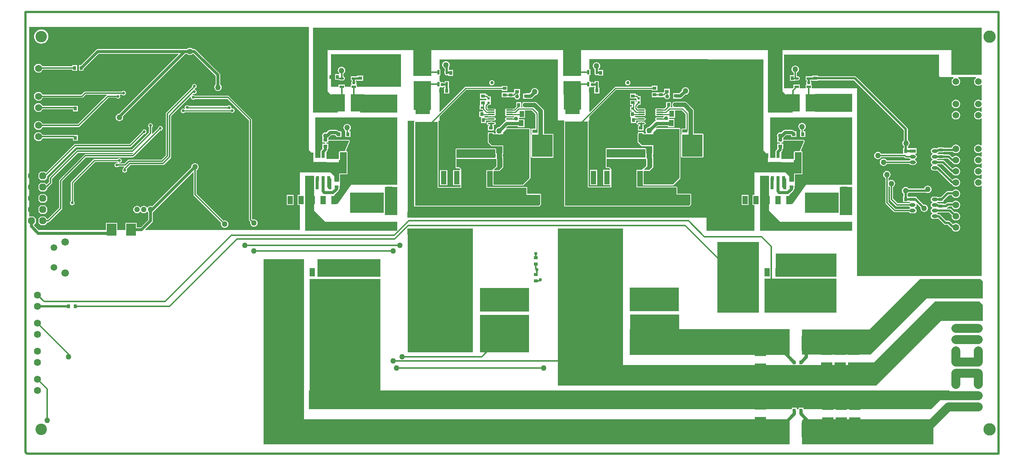
<source format=gtl>
%FSTAX23Y23*%
%MOIN*%
%SFA1B1*%

%IPPOS*%
%AMD57*
4,1,8,-0.030900,0.015500,-0.030900,-0.015500,-0.015500,-0.030900,0.015500,-0.030900,0.030900,-0.015500,0.030900,0.015500,0.015500,0.030900,-0.015500,0.030900,-0.030900,0.015500,0.0*
%
%ADD10R,0.027559X0.035433*%
%ADD11R,0.078740X0.137795*%
%ADD12O,0.039370X0.021654*%
%ADD13R,0.039370X0.021654*%
%ADD14R,0.043307X0.102362*%
%ADD15R,0.129921X0.061024*%
%ADD16R,0.055118X0.043307*%
%ADD17R,0.125984X0.070866*%
%ADD18R,0.132283X0.191338*%
%ADD19R,0.054724X0.055118*%
%ADD20R,0.122047X0.157480*%
%ADD21R,0.047244X0.047244*%
%ADD22R,0.046063X0.074016*%
%ADD23R,0.066929X0.043307*%
%ADD24R,0.031496X0.035433*%
%ADD25R,0.070866X0.082677*%
%ADD26R,0.029921X0.044882*%
%ADD27R,0.118110X0.088976*%
%ADD28R,0.055118X0.031496*%
%ADD29O,0.055118X0.031496*%
%ADD30R,0.055905X0.118897*%
%ADD31R,0.102362X0.043307*%
%ADD32R,0.035433X0.031496*%
%ADD33R,0.129921X0.055118*%
%ADD34R,0.035433X0.027559*%
%ADD35R,0.085827X0.059842*%
%ADD36R,0.157480X0.122047*%
%ADD37O,0.021654X0.039370*%
%ADD38R,0.021654X0.039370*%
%ADD39R,0.043307X0.055118*%
%ADD40O,0.064960X0.011811*%
%ADD41R,0.050000X0.120078*%
%ADD42R,0.047244X0.025591*%
%ADD43R,0.023622X0.023622*%
%ADD44R,0.023622X0.019685*%
%ADD45R,0.085039X0.107874*%
%ADD46C,0.011811*%
%ADD47C,0.009843*%
%ADD48C,0.011811*%
%ADD49C,0.025197*%
%ADD50C,0.020079*%
%ADD51C,0.029527*%
%ADD52C,0.019685*%
%ADD53C,0.027559*%
%ADD54C,0.078740*%
%ADD55C,0.031496*%
%ADD56C,0.039370*%
G04~CAMADD=57~4~0.0~0.0~618.1~618.1~0.0~154.5~0~0.0~0.0~0.0~0.0~0~0.0~0.0~0.0~0.0~0~0.0~0.0~0.0~90.0~618.0~618.0*
%ADD57D57*%
%ADD58C,0.102362*%
%ADD59C,0.062992*%
%ADD60C,0.110236*%
%ADD61C,0.059842*%
%ADD62C,0.066929*%
%ADD63C,0.050000*%
%ADD64C,0.025197*%
%ADD65C,0.040157*%
%ADD66C,0.029921*%
%ADD67C,0.035433*%
%LNlv1-1*%
%LPD*%
G36*
X09379Y04D02*
D01*
Y0377*
X09109*
Y03992*
X07605*
Y03624*
X07635Y03594*
X07695*
Y03435*
X07475*
Y03992*
X05814*
Y03762*
X05654*
Y03992*
X04479*
Y03761*
X04319*
Y03992*
X03555*
Y03624*
X03585Y03594*
X03645*
Y03435*
X03425*
Y03992*
Y04192*
X03555*
X09379*
Y04*
G37*
G36*
X09Y03759D02*
X09009Y0375D01*
X09127*
X0913Y03745*
Y03744*
X09122Y03739*
X09116Y03731*
X09112Y03722*
X09111Y03712*
X09112Y03702*
X09116Y03692*
X09122Y03685*
X0913Y03679*
X0914Y03675*
X0915Y03674*
X09159Y03675*
X09169Y03679*
X09177Y03685*
X09183Y03692*
X09187Y03702*
X09188Y03712*
X09187Y03722*
X09183Y03731*
X09177Y03739*
X09169Y03744*
Y03745*
X09172Y0375*
X09327*
X0933Y03745*
Y03744*
X09322Y03739*
X09316Y03731*
X09312Y03722*
X09311Y03712*
X09312Y03702*
X09316Y03692*
X09322Y03685*
X0933Y03679*
X0934Y03675*
X0935Y03674*
X09359Y03675*
X09369Y03679*
X09374Y03683*
X09379Y03681*
Y03543*
X09374Y0354*
X09369Y03545*
X09359Y03549*
X0935Y0355*
X0934Y03549*
X0933Y03545*
X09322Y03539*
X09316Y03531*
X09312Y03522*
X09311Y03512*
X09312Y03502*
X09316Y03492*
X09322Y03485*
X0933Y03479*
X0934Y03475*
X0935Y03474*
X09359Y03475*
X09369Y03479*
X09374Y03483*
X09379Y03481*
Y03443*
X09374Y0344*
X09369Y03445*
X09359Y03449*
X0935Y0345*
X0934Y03449*
X0933Y03445*
X09322Y03439*
X09316Y03431*
X09312Y03422*
X09311Y03412*
X09312Y03402*
X09316Y03392*
X09322Y03385*
X0933Y03379*
X0934Y03375*
X0935Y03374*
X09359Y03375*
X09369Y03379*
X09374Y03383*
X09379Y03381*
Y03143*
X09374Y0314*
X09369Y03145*
X09359Y03149*
X0935Y0315*
X0934Y03149*
X0933Y03145*
X09322Y03139*
X09316Y03131*
X09312Y03122*
X09311Y03112*
X09312Y03102*
X09316Y03092*
X09322Y03085*
X0933Y03079*
X0934Y03075*
X0935Y03074*
X09359Y03075*
X09369Y03079*
X09374Y03083*
X09379Y03081*
Y03043*
X09374Y0304*
X09369Y03045*
X09359Y03049*
X0935Y0305*
X0934Y03049*
X0933Y03045*
X09322Y03039*
X09316Y03031*
X09312Y03022*
X09311Y03012*
X09312Y03002*
X09316Y02992*
X09322Y02985*
X0933Y02979*
X0934Y02975*
X0935Y02974*
X09359Y02975*
X09369Y02979*
X09374Y02983*
X09379Y02981*
Y02943*
X09374Y0294*
X09369Y02945*
X09359Y02949*
X0935Y0295*
X0934Y02949*
X0933Y02945*
X09322Y02939*
X09316Y02931*
X09312Y02922*
X09311Y02912*
X09312Y02902*
X09316Y02892*
X09322Y02885*
X0933Y02879*
X0934Y02875*
X0935Y02874*
X09359Y02875*
X09369Y02879*
X09374Y02883*
X09379Y02881*
Y02843*
X09374Y0284*
X09369Y02845*
X09359Y02849*
X0935Y0285*
X0934Y02849*
X0933Y02845*
X09322Y02839*
X09316Y02831*
X09312Y02822*
X09311Y02812*
X09312Y02802*
X09316Y02792*
X09322Y02785*
X0933Y02779*
X0934Y02775*
X0935Y02774*
X09359Y02775*
X09369Y02779*
X09374Y02783*
X09379Y02781*
Y01979*
X0827*
Y03652*
X07866*
Y03683*
X07861*
X07859Y03688*
X07861Y0369*
X07863Y037*
X07861Y03709*
X07857Y03714*
Y03717*
X07861Y03721*
X07866*
X0787Y03718*
Y03716*
X07921*
Y03722*
X08242*
X08274Y03689*
X08685Y03279*
Y03188*
X08681Y03185*
X08676Y03179*
X08673Y03171*
X08672Y03162*
X08673Y03153*
X08676Y03146*
X08681Y03138*
X08685Y03137*
Y03118*
X08679*
Y03066*
X08674Y03066*
X08485*
X08484Y03069*
X08479Y03075*
X08472Y03081*
X08464Y03084*
X08455Y03085*
X08446Y03084*
X08438Y03081*
X08431Y03075*
X08426Y03069*
X08423Y03061*
X08422Y03052*
X08423Y03044*
X08426Y03035*
X08431Y03029*
X08438Y03023*
X08446Y0302*
X08455Y03019*
X08464Y0302*
X08472Y03023*
X08479Y03029*
X08484Y03035*
X08485Y03038*
X08689*
X08695Y03032*
X087Y03029*
X08705Y03028*
X08734*
X08736Y03025*
X08744Y0302*
X08745*
Y03014*
X08744*
X08736Y03009*
X08734Y03006*
X08535*
X08534Y03009*
X08529Y03016*
X08522Y03021*
X08514Y03024*
X08505Y03025*
X08496Y03024*
X08488Y03021*
X08481Y03016*
X08476Y03009*
X08473Y03001*
X08472Y02992*
X08473Y02983*
X08476Y02975*
X08481Y02968*
X08488Y02963*
X08496Y0296*
X08505Y02959*
X08514Y0296*
X08522Y02963*
X08529Y02968*
X08534Y02975*
X08535Y02978*
X08734*
X08736Y02975*
X08744Y0297*
X08753Y02968*
X08777*
X08786Y0297*
X08794Y02975*
X08799Y02983*
X08801Y02992*
X08799Y03001*
X08794Y03009*
X08786Y03014*
X08785*
Y0302*
X08786*
X08794Y03025*
X08799Y03033*
X08801Y03042*
X08799Y03051*
X08794Y03059*
X08787Y03063*
X08789Y03068*
X088*
Y03116*
X08729*
X08726Y03118*
X08721*
Y03133*
X08722Y03133*
X08729Y03138*
X08734Y03146*
X08737Y03153*
X08738Y03162*
X08737Y03171*
X08734Y03179*
X08729Y03185*
X08722Y03191*
X08721Y03191*
Y03287*
X08719Y03293*
X08715Y03299*
X08311Y03704*
X0827Y03745*
X08262Y03752*
X08256Y03756*
X0825Y03758*
X07921*
Y03763*
X0787*
Y03761*
X07866Y03758*
X07811*
Y03721*
X07822*
Y03714*
X07818Y03709*
X07816Y037*
X07818Y0369*
X0782Y03688*
X07818Y03683*
X07811*
Y03652*
X07759*
Y03683*
X07704*
Y03657*
X077Y03652*
X0762*
Y03952*
X0827*
X09*
Y03759*
G37*
G36*
X04208Y03955D02*
Y03664D01*
X03816*
Y03683*
X03811*
X03809Y03688*
X03811Y0369*
X03813Y037*
X03811Y03709*
X03807Y03714*
Y03717*
X03811Y03721*
X03816*
X0382Y03718*
Y03716*
X03871*
Y03763*
X0382*
Y03761*
X03816Y03758*
X03761*
Y03721*
X03772*
Y03714*
X03768Y03709*
X03766Y037*
X03768Y0369*
X0377Y03688*
X03768Y03683*
X03761*
Y03664*
X03709*
Y03683*
X03654*
Y03664*
X03585*
Y03955*
X04208*
G37*
G36*
X06941Y03909D02*
X07435D01*
Y03097*
X07455Y03077*
Y03072*
X07475*
Y02992*
X07705*
Y03012*
X07715*
Y03082*
X07775*
Y02972*
Y02892*
X07709*
Y02822*
X07665*
Y02866*
X07629Y02902*
X07355*
Y027*
X0734*
Y0261*
X07355*
Y02382*
X06929*
Y02498*
X05606*
Y02496*
X04269*
Y03362*
X04326*
X04328Y0336*
X04329Y03357*
X04327Y03355*
X04327Y03352*
Y02605*
X04327Y02601*
X04329Y02599*
X04331Y02597*
X04335Y02596*
X05439*
X0544*
X0544*
X05441Y02597*
X05442Y02597*
X05443Y02598*
X05443*
X05444Y02598*
X05445Y02599*
Y02599*
X05446Y026*
X05456Y02613*
X05457Y02614*
X05457Y02615*
Y02616*
X05457Y02616*
Y02617*
Y02618*
Y02702*
X05457Y02705*
X05455Y02707*
X05453Y02709*
X0545Y0271*
X05334*
Y02764*
X05333Y02768*
X05331Y0277*
X05329Y02772*
X05325Y02772*
X04977*
Y02914*
X05018*
X05019*
X0502*
X05021Y02914*
X05021*
X05022Y02914*
X05024Y02914*
X05025Y02912*
X05026Y02911*
Y02792*
X05027Y02788*
X05029Y02786*
Y02786*
X05031Y02784*
X05034Y02783*
X05294*
X05297Y02784*
X053Y02786*
X0536Y02846*
X05361Y02848*
X05362Y02851*
Y03287*
X05361Y0329*
X0536Y03292*
X05357Y03294*
X05354Y03294*
X05353*
X05353Y03295*
X05156*
X05155Y03294*
X0515*
X05147Y03294*
X05146Y03293*
X05143Y03297*
X05159Y03314*
X0525*
Y03304*
X05309*
Y03375*
X05264*
X0526Y0338*
Y03382*
X05263Y03386*
X05314*
Y03453*
X05374*
X05407Y0342*
Y03365*
X05406Y03364*
Y0329*
X0537*
Y03249*
X05372Y03244*
Y03244*
X0537Y03242*
X05368Y0324*
X05367Y03237*
Y0304*
X05368Y03037*
X0537Y03035*
X05372Y03033*
X05375Y03032*
X05559*
X05562Y03033*
X05565Y03035*
X05567Y03037*
X05567Y0304*
Y03237*
X05567Y0324*
X05565Y03242*
X05562Y03244*
X05559Y03244*
X05482*
Y03447*
X05481Y03454*
X05478Y03461*
X05474Y03466*
X05419Y03521*
X05413Y03525*
X05407Y03528*
X05399Y03529*
X05314*
X05307Y03528*
X05304Y03527*
X05294*
Y03521*
X0529Y03516*
X05287Y03509*
X05286Y03501*
X05287Y03494*
X0529Y03488*
X05292Y03485*
X0529Y0348*
X05278*
Y03527*
X05235*
Y03488*
X05215Y03469*
X05207*
X05203Y0347*
X0515*
X05144Y03469*
X05139Y03466*
X05137Y03461*
X05135Y03456*
X05137Y0345*
X05139Y03446*
X05137Y03442*
X05135Y03436*
X05137Y03431*
X05139Y03426*
X05137Y03422*
X05135Y03416*
X05137Y03411*
X05139Y03407*
X05144Y03403*
X0515Y03402*
X05203*
X05207Y03403*
X05212*
X05214Y03398*
X05212Y03395*
X0521Y0339*
X05207*
X05203Y03391*
X0515*
X05144Y0339*
X05139Y03387*
X05137Y03383*
X05135Y03377*
X05137Y03372*
X05139Y03367*
X05142Y03365*
X05141Y0336*
X0514Y0336*
X05132Y03355*
X05082Y03305*
X05075Y03303*
X05066Y033*
X0506Y03295*
X05054Y03288*
X05051Y0328*
X0505Y03272*
X05051Y03263*
X05054Y03255*
X05056Y03253*
X05053Y03248*
X05035*
Y03259*
X04984*
Y03246*
X04983*
X04982Y03243*
X04981Y0324*
Y03172*
X04982Y03168*
X04983Y03166*
X05014Y03136*
X05016Y03134*
X05019Y03133*
X05111*
Y0307*
X05108*
Y0303*
X05111*
Y0295*
X05083Y02922*
X05038*
X05037Y02926*
X05064Y02949*
Y02949*
X05065*
X05066Y0295*
X05066Y02951*
Y02951*
X05067Y02952*
Y02953*
X05067Y02954*
Y02955*
Y02955*
Y0302*
X05067Y03022*
X05065Y03025*
X05063Y03026*
X05061Y0303*
Y0307*
X05057*
Y03107*
X05057Y0311*
X05055Y03112*
X05052Y03114*
X05049Y03114*
X04704*
X04701Y03114*
X04699Y03112*
X04697Y0311*
X04696Y03107*
Y03031*
X04697Y03029*
X04698Y03025*
X04697Y03022*
X04696Y0302*
Y02996*
Y02947*
X04697Y02944*
X04699Y02941*
X04701Y02939*
X04704Y02938*
X04726*
X04738Y02927*
X04736Y02922*
X04674*
Y02786*
X04739*
Y02772*
X04544*
Y03352*
X04543Y03355*
X04542Y03357*
X04543Y0336*
X04544Y03362*
X04551*
Y03398*
X0479Y03638*
X05106*
Y03629*
X05157*
Y03672*
X05106*
Y03664*
X04785*
X0478Y03663*
X04775Y0366*
X04555Y0344*
X04551Y03442*
Y03659*
X0456*
Y03661*
X04564Y03663*
X04567Y03661*
X04576Y03659*
X04585Y03661*
X0459Y03664*
X04594*
X04598Y03661*
Y03659*
X04594Y03655*
X04593*
Y03604*
X0464*
Y03655*
X04638*
X04635Y03659*
Y03714*
X04598*
Y03701*
X0459*
X04585Y03704*
X04576Y03706*
X04567Y03704*
X04564Y03703*
X0456Y03705*
Y03714*
X04551*
Y03765*
X0456*
Y0382*
X04551*
Y03909*
X05606*
Y03363*
X05662*
X05663Y03361*
X05664Y03358*
X05662Y03356*
X05662Y03353*
Y02605*
X05662Y02603*
X05664Y026*
X05667Y02598*
X0567Y02598*
X06775*
X06775*
X06776*
X06777Y02598*
X06778Y02598*
X06778*
X06779Y02599*
X06779Y026*
X0678Y026*
X06781Y026*
X06781Y02601*
X06791Y02614*
X06792Y02615*
X06792Y02616*
Y02617*
Y02617*
X06793Y02618*
Y02619*
Y02703*
X06792Y02706*
X0679Y02709*
X06788Y0271*
X06785Y02711*
X06669*
Y02766*
X06668Y02769*
X06666Y02771*
X06664Y02773*
X06661Y02774*
X06312*
Y02914*
X06353*
X06355Y02915*
X06356*
X06356Y02915*
X06357*
X06357Y02916*
X06359Y02915*
X06361Y02913*
X06361Y02912*
Y02793*
X06362Y0279*
X06364Y02787*
X06364*
X06366Y02785*
X0637Y02785*
X06629*
X06633Y02785*
X06635Y02787*
X06695Y02847*
X06697Y02849*
X06697Y02852*
Y03288*
X06697Y03291*
X06695Y03293*
X06692Y03295*
X06689Y03296*
X06689*
X06688Y03296*
X06491*
X0649Y03296*
X06485*
X06482Y03295*
X06481Y03294*
X06478Y03298*
X06494Y03315*
X06585*
Y03305*
X06644*
Y03376*
X06599*
X06595Y03381*
X06595Y03383*
X06598Y03387*
X0665*
Y03455*
X06709*
X06742Y03422*
Y03367*
X06741Y03364*
Y03291*
X06705*
Y0325*
X06707Y03245*
Y03245*
X06705Y03243*
X06703Y03241*
X06702Y03238*
Y03041*
X06703Y03038*
X06705Y03036*
X06707Y03034*
X06711Y03033*
X06894*
X06898Y03034*
X069Y03036*
X06902Y03038*
X06903Y03041*
Y03238*
X06902Y03241*
X069Y03243*
X06898Y03245*
X06894Y03246*
X06817*
Y03448*
X06816Y03455*
X06814Y03462*
X06809Y03467*
X06754Y03522*
X06748Y03527*
X06742Y03529*
X06735Y03531*
X06649*
X06642Y03529*
X06639Y03529*
X06629*
Y03522*
X06625Y03516*
X06622Y0351*
X06621Y03503*
X06622Y03496*
X06625Y03489*
X06627Y03486*
X06625Y03481*
X06613*
Y03529*
X0657*
Y03487*
X06553Y0347*
X06542*
X06538Y03471*
X06485*
X06479Y0347*
X06475Y03467*
X06472Y03462*
X06471Y03457*
X06472Y03451*
X06475Y03447*
X06472Y03442*
X06471Y03437*
X06472Y03432*
X06475Y03427*
X06472Y03423*
X06471Y03418*
X06472Y03412*
X06475Y03407*
X06479Y03405*
X06485Y03403*
X06538*
X06542Y03404*
X06547*
X0655Y034*
X06547Y03396*
X06545Y03391*
X06542*
X06538Y03392*
X06485*
X06479Y03391*
X06475Y03388*
X06472Y03383*
X06471Y03378*
X06472Y03373*
X06475Y03368*
X06477Y03366*
X06476Y03361*
X06475Y03361*
X06468Y03356*
X06417Y03306*
X0641Y03305*
X06402Y03301*
X06395Y03296*
X0639Y03289*
X06387Y03281*
X06385Y03273*
X06387Y03264*
X0639Y03256*
X06391Y03254*
X06389Y03249*
X0637*
Y0326*
X06319*
Y03247*
X06317Y03244*
X06316Y03241*
Y03173*
X06317Y0317*
X06319Y03167*
X06349Y03137*
X06351Y03135*
X06355Y03135*
X06446*
Y0307*
X06443*
Y03031*
X06446*
Y02951*
X06418Y02923*
X06374*
X06372Y02927*
X064Y0295*
X064*
X064Y0295*
X06401Y02951*
X06401Y02952*
X06402Y02953*
Y02953*
X06402Y02954*
X06403Y02955*
X06402Y02955*
X06403Y02956*
Y0302*
X06402Y03024*
X064Y03026*
X06399Y03027*
X06396Y03031*
Y0307*
X06392*
Y03108*
X06392Y03111*
X0639Y03113*
X06388Y03115*
X06385Y03116*
X0604*
X06037Y03115*
X06034Y03113*
X06032Y03111*
X06031Y03108*
Y03033*
X06032Y03029*
X06034Y03027*
X06032Y03024*
X06031Y0302*
Y02998*
Y02948*
X06032Y02944*
X06034Y02942*
X06037Y0294*
X0604Y0294*
X06061*
X06073Y02927*
X06072Y02923*
X06009*
Y02787*
X06074*
Y02774*
X05879*
Y03353*
X05879Y03356*
X05877Y03358*
X05878Y03361*
X05879Y03363*
X05886*
Y034*
X06125Y03638*
X06441*
Y0363*
X06492*
Y03674*
X06441*
Y03665*
X0612*
X06115Y03664*
X06111Y03661*
X05891Y03441*
X05886Y03443*
Y0366*
X05896*
Y03662*
X059Y03664*
X05903Y03662*
X05911Y03661*
X0592Y03662*
X05925Y03666*
X05929*
X05933Y03662*
Y0366*
X0593Y03656*
X05928*
Y03605*
X05975*
Y03656*
X05974*
X0597Y0366*
Y03715*
X05933*
Y03702*
X05925*
X0592Y03705*
X05911Y03707*
X05903Y03705*
X059Y03703*
X05896Y03706*
Y03715*
X05886*
Y03766*
X05896*
Y03821*
X05886*
Y03911*
X06941*
Y03909*
G37*
G36*
X05811Y03685D02*
Y03461D01*
X05659*
Y03682*
X05662Y03685*
X05811*
G37*
G36*
X04476Y03684D02*
Y03459D01*
X04324*
Y03681*
X04327Y03684*
X04476*
G37*
G36*
X08225Y03442D02*
X07895D01*
Y03493*
Y03602*
X08225*
Y03442*
G37*
G36*
X04175Y03435D02*
X03845D01*
Y03486*
Y03594*
X04175*
Y03435*
G37*
G36*
X06688Y03288D02*
X06689D01*
Y02852*
X06629Y02793*
X0637*
Y02912*
X0642*
X06455Y02948*
Y03073*
Y03143*
X06355*
X06324Y03173*
Y03241*
X06409*
X0641Y0324*
X06418Y0324*
X06427Y0324*
X06428Y03241*
X06455*
Y03257*
X06485Y03288*
X06491*
X06688*
G37*
G36*
X05353Y03287D02*
X05354D01*
Y02851*
X05294Y02792*
X05034*
Y02912*
X05084*
X05119Y02947*
Y03072*
Y03142*
X05019*
X04989Y03172*
Y0324*
X05074*
X05075Y0324*
X05083Y03238*
X05092Y0324*
X05092Y0324*
X05119*
Y03256*
X0515Y03287*
X05156*
Y03287*
X05353*
Y03287*
G37*
G36*
X08225Y02792D02*
X07865D01*
X07815*
X07695Y02622*
X07665*
Y02702*
X0767Y02705*
X07701Y02737*
X07705Y02744*
X07707Y02751*
X07711*
Y02782*
X07715*
Y02816*
X07714Y02816*
X07716Y02819*
X07716Y02822*
Y02884*
X07775*
X07778Y02885*
X07781Y02887*
X07783Y02889*
X07783Y02892*
Y02972*
Y03082*
X07783Y03085*
X07781Y03088*
X07778Y03089*
X07775Y0309*
X07772*
X0777Y03094*
X07803Y03175*
Y03176*
X07803Y03177*
Y03177*
Y03178*
Y03179*
Y0318*
X07803Y03181*
Y03181*
X07803Y03182*
X07802Y03183*
X078Y03187*
X07799Y03187*
X07798Y03188*
X07798Y03188*
X07797Y03189*
X07796Y03189*
X07796Y0319*
X07795Y0319*
X07794Y0319*
X07794*
X07793*
X07611*
Y0321*
X07616Y03213*
X07637Y03235*
X07679*
X07682Y03232*
Y03216*
X07729*
Y03267*
X07713*
X07705Y03274*
X07698Y03279*
X07689Y03281*
X07628*
X07619Y03279*
X07612Y03274*
X07594Y03256*
X07592Y03257*
X07585Y03258*
X07578Y03257*
X07571Y03254*
X07565Y0325*
X07561Y03244*
X07558Y03237*
X07557Y03229*
X07558Y03222*
X07559Y03218*
Y03213*
Y03166*
X07581*
X07585Y03161*
X07585Y03159*
X07585Y03159*
X07583Y03158*
X07559*
Y03111*
X07557Y03107*
X0755Y031*
X07547Y03096*
X07545Y03093*
X07544Y03088*
Y03087*
X07542Y03083*
Y03032*
X07495*
Y03392*
X08225*
Y02792*
G37*
G36*
X04175D02*
X03815D01*
X03765*
X03645Y02622*
X03615*
Y02702*
X0362Y02705*
X03651Y02737*
X03655Y02744*
X03657Y02751*
X03661*
Y02782*
X03665*
Y02816*
X03664Y02816*
X03666Y02819*
X03666Y02822*
Y02884*
X03725*
X03728Y02885*
X03731Y02887*
X03733Y02889*
X03733Y02892*
Y02972*
Y03082*
X03733Y03085*
X03731Y03088*
X03728Y03089*
X03725Y0309*
X03722*
X0372Y03094*
X03753Y03175*
Y03176*
X03753Y03177*
Y03177*
Y03178*
Y03179*
Y0318*
X03753Y03181*
Y03181*
X03753Y03182*
X03752Y03183*
X0375Y03187*
X03749Y03187*
X03748Y03188*
X03748Y03188*
X03747Y03189*
X03746Y03189*
X03746Y0319*
X03745Y0319*
X03744Y0319*
X03744*
X03743*
X03561*
Y0321*
X03566Y03213*
X03587Y03235*
X03623*
X03624Y03234*
Y03233*
X03629Y03225*
X03632Y03223*
Y03216*
X03679*
Y03267*
X03656*
X03648Y03274*
X03641Y03279*
X03632Y03281*
X03578*
X03569Y03279*
X03562Y03274*
X03544Y03256*
X03542Y03257*
X03535Y03258*
X03528Y03257*
X03521Y03254*
X03515Y0325*
X03511Y03244*
X03508Y03237*
X03507Y03229*
X03508Y03222*
X03509Y03218*
Y03213*
Y03166*
X03531*
X03535Y03161*
X03535Y03159*
X03535Y03159*
X03533Y03158*
X03509*
Y03111*
X03507Y03107*
X035Y031*
X03497Y03096*
X03495Y03093*
X03494Y03088*
Y03087*
X03492Y03083*
Y03032*
X03445*
Y03392*
X04175*
Y02792*
G37*
G36*
X07796Y03178D02*
X07759Y0309D01*
X07715*
X07712Y03089*
X07709Y03088*
X07708Y03085*
X07707Y03082*
Y03022*
X07599*
X07595Y03025*
Y03083*
X07601Y03088*
X07603Y03093*
X07605Y03096*
X07606Y031*
X07607Y03104*
Y03111*
X07611*
Y03158*
X076*
X07596Y03162*
X07597Y03166*
X07611*
Y03183*
X07793*
X07796Y03178*
G37*
G36*
X03746D02*
X03709Y0309D01*
X03665*
X03662Y03089*
X03659Y03088*
X03658Y03085*
X03657Y03082*
Y03022*
X03549*
X03545Y03025*
Y03083*
X03551Y03088*
X03553Y03093*
X03555Y03096*
X03556Y031*
X03557Y03104*
Y03111*
X03561*
Y03158*
X0355*
X03546Y03162*
X03547Y03166*
X03561*
Y03183*
X03743*
X03746Y03178*
G37*
G36*
X06894Y03041D02*
X06711D01*
Y03238*
X06894*
Y03041*
G37*
G36*
X05559Y0304D02*
X05375D01*
Y03237*
X05559*
Y0304*
G37*
G36*
X06385Y03033D02*
X0604D01*
Y03108*
X06385*
Y03033*
G37*
G36*
X05049Y03031D02*
X04704D01*
Y03107*
X05049*
Y03031*
G37*
G36*
X03388Y03647D02*
Y03101D01*
X03408Y03081*
Y03077*
X03428*
Y02992*
X03655*
Y03012*
X03665*
Y03082*
X03725*
Y02972*
Y02892*
X03659*
Y02822*
X03615*
Y02866*
X03579Y02902*
X03308*
Y027*
X0329*
Y0261*
X03308*
Y02387*
X01933*
X01931Y02391*
X01994Y02455*
X01999Y02462*
X02Y0247*
Y02544*
X02003Y02546*
X02008Y02553*
X02009Y02554*
X0201Y02555*
X02356Y02901*
X02361Y029*
Y02704*
X02362Y02699*
X02365Y02694*
X02609Y02451*
X02607Y02448*
X02606Y0244*
X02607Y02431*
X02611Y02423*
X02616Y02416*
X02623Y02411*
X02631Y02407*
X0264Y02406*
X02648Y02407*
X02656Y02411*
X02663Y02416*
X02668Y02423*
X02672Y02431*
X02673Y0244*
X02672Y02448*
X02668Y02456*
X02663Y02463*
X02656Y02468*
X02648Y02472*
X0264Y02473*
X02631Y02472*
X02629Y0247*
X02389Y0271*
Y0292*
X02392Y02921*
X02398Y02926*
X02404Y02933*
X02407Y02941*
X02408Y0295*
X02407Y02958*
X02404Y02966*
X02398Y02973*
X02392Y02978*
X02384Y02982*
X02375Y02983*
X02366Y02982*
X02359Y02978*
X02351Y02973*
X02346Y02966*
X02343Y02958*
X02342Y0295*
X02342Y02946*
X01995Y02599*
X01988Y02601*
X01979Y02603*
X01971Y02601*
X01963Y02598*
X01956Y02593*
X01953Y02588*
X01952Y02588*
X01947*
X01946Y02588*
X01943Y02593*
X01936Y02598*
X01928Y02601*
X0192Y02603*
X01911Y02601*
X01903Y02598*
X01896Y02593*
X01892Y02588*
Y02588*
X01887*
Y02588*
X01883Y02593*
X01876Y02598*
X01868Y02601*
X01859Y02603*
X01851Y02601*
X01843Y02598*
X01836Y02593*
X01831Y02586*
X01827Y02578*
X01826Y0257*
X01827Y02561*
X01831Y02553*
X01836Y02546*
X01843Y02541*
X01851Y02537*
X01859Y02537*
X01868Y02537*
X01876Y02541*
X01883Y02546*
X01887Y02551*
X01892*
X01896Y02546*
X01903Y02541*
X01911Y02537*
X0192Y02537*
X01928Y02537*
X01936Y02541*
X01943Y02546*
X01946Y02551*
X01947*
X01952*
X01953*
X01956Y02546*
X01959Y02544*
Y02478*
X01891Y0241*
X01857*
Y02451*
X01756*
Y02387*
X01683*
Y02451*
X01582*
Y02387*
X00982*
X0094Y02428*
Y02432*
X00959Y0245*
Y02489*
X00939Y02509*
X009*
X009*
Y04197*
X03388*
Y03647*
G37*
G36*
X05871Y03353D02*
Y02766D01*
X06083*
Y0293*
X06064Y02948*
X0604*
Y02998*
Y0302*
X06394*
Y02956*
X06353Y02923*
X06305*
Y02766*
X06661*
Y02703*
X06785*
Y02619*
X06775Y02605*
X0567*
Y03353*
X05871*
G37*
G36*
X04536Y03352D02*
Y02764D01*
X04747*
Y02929*
X04729Y02947*
X04704*
Y02996*
Y0302*
X05059*
Y02955*
X05018Y02922*
X04969*
Y02764*
X05325*
Y02702*
X0545*
Y02618*
X05439Y02605*
X04335*
Y03352*
X04536*
G37*
G36*
X08105Y02542D02*
X07805D01*
Y02722*
X08105*
Y02542*
G37*
G36*
X04055D02*
X03755D01*
Y02722*
X04055*
Y02542*
G37*
G36*
X08225Y02772D02*
Y02522D01*
X08115*
Y02772*
X08225*
G37*
G36*
X04175D02*
Y02522D01*
X04065*
Y02772*
X04175*
G37*
G36*
X03435Y02562D02*
X03445Y02552D01*
X03515Y02482*
X03535Y02462*
X04175*
Y02385*
X04172Y02382*
X03355*
Y02872*
X03435*
Y02562*
G37*
G36*
X07485D02*
X07495Y02552D01*
X07565Y02482*
X07585Y02462*
X08225*
Y02382*
X07405*
Y02872*
X07485*
Y02562*
G37*
G36*
X08085Y0197D02*
X07545D01*
Y02179*
X08085*
Y0197*
G37*
G36*
X04025D02*
X03465D01*
Y02129*
X04025*
Y0197*
G37*
G36*
X06684Y01873D02*
Y01663D01*
X06247*
Y01748*
Y01873*
X06684*
G37*
G36*
X05348Y01872D02*
Y01662D01*
X04911*
Y01747*
Y01872*
X05348*
G37*
G36*
X07395Y02282D02*
Y01652D01*
X07025*
Y02282*
X07395*
G37*
G36*
X0754Y01955D02*
X07542Y01955D01*
X07545Y01954*
X08085*
Y01655*
X08081Y01652*
X07445*
Y01955*
X0754*
G37*
G36*
X0939Y01929D02*
Y01779D01*
X0889*
X0839Y01279*
X083*
X07779*
Y015*
X083*
X08379*
X08829Y0195*
X0914*
X0937*
X0939Y01929*
G37*
G36*
X0485Y01746D02*
Y01297D01*
X0427*
Y024*
X0485*
Y01746*
G37*
G36*
X05349Y01632D02*
Y01297D01*
X04912*
Y01337*
Y01632*
X05349*
G37*
G36*
X06685Y01633D02*
Y01505D01*
X0767*
Y01274*
X06246*
Y01505*
X06248*
Y01633*
X06685*
G37*
G36*
X06185Y01747D02*
Y01183D01*
X0829*
Y01206*
X0842*
X08963Y0175*
X09359*
X0939Y0172*
Y01579*
X0902*
X0844Y01*
X05798*
X05605*
Y024*
X06185*
Y01747*
G37*
G36*
X04025Y0195D02*
Y00959D01*
X09093*
X09095Y00955*
X08929Y0079*
X07791*
Y00805*
X07748*
Y0079*
X07732*
Y00805*
X07688*
Y0079*
X04022*
X03928*
X0339*
Y00959*
X03395*
Y0195*
X04025*
G37*
G36*
X0895Y007D02*
Y00479D01*
X07779*
Y0069*
X0779Y007*
X0895*
G37*
G36*
X03345D02*
X0767D01*
Y00478*
X02985*
Y007*
Y02129*
X03345*
Y007*
G37*
%LNlv1-2*%
%LPC*%
G36*
X0772Y03853D02*
X07711Y03851D01*
X07703Y03848*
X07696Y03843*
X07691Y03836*
X07687Y03828*
X07687Y0382*
X07687Y03811*
X07691Y03803*
X07696Y03796*
X07703Y03791*
X07705Y0379*
Y03768*
X07673*
Y03716*
X07716*
Y03718*
X0772Y03721*
X07723Y0372*
X07741*
X07748Y03722*
X07754Y03726*
X07758Y03732*
X0776Y03739*
X07758Y03747*
X07754Y03753*
X07748Y03757*
X07741Y03759*
X07733*
Y0379*
X07736Y03791*
X07743Y03796*
X07748Y03803*
X07751Y03811*
X07753Y0382*
X07751Y03828*
X07748Y03836*
X07743Y03843*
X07736Y03848*
X07728Y03851*
X0772Y03853*
G37*
G36*
X0915Y0355D02*
X0914Y03549D01*
X0913Y03545*
X09122Y03539*
X09116Y03531*
X09112Y03522*
X09111Y03512*
X09112Y03502*
X09116Y03492*
X09122Y03485*
X0913Y03479*
X0914Y03475*
X0915Y03474*
X09159Y03475*
X09169Y03479*
X09177Y03485*
X09183Y03492*
X09187Y03502*
X09188Y03512*
X09187Y03522*
X09183Y03531*
X09177Y03539*
X09169Y03545*
X09159Y03549*
X0915Y0355*
G37*
G36*
Y0345D02*
X0914Y03449D01*
X0913Y03445*
X09122Y03439*
X09116Y03431*
X09112Y03422*
X09111Y03412*
X09112Y03402*
X09116Y03392*
X09122Y03385*
X0913Y03379*
X0914Y03375*
X0915Y03374*
X09159Y03375*
X09169Y03379*
X09177Y03385*
X09183Y03392*
X09187Y03402*
X09188Y03412*
X09187Y03422*
X09183Y03431*
X09177Y03439*
X09169Y03445*
X09159Y03449*
X0915Y0345*
G37*
G36*
Y0315D02*
X0914Y03149D01*
X0913Y03145*
X09122Y03139*
X09116Y03131*
X09112Y03122*
Y0312*
X0904*
Y03123*
X08989*
Y03119*
X08985Y03118*
X0898Y03115*
X08974Y03116*
X0895*
X08941Y03114*
X08933Y03109*
X08928Y03101*
X08926Y03092*
X08928Y03083*
X08933Y03075*
X08941Y0307*
X08942*
Y03064*
X08941*
X08933Y03059*
X08928Y03051*
X08926Y03042*
X08928Y03033*
X08933Y03025*
X08941Y0302*
X08942*
Y03014*
X08941*
X08933Y03009*
X08928Y03001*
X08926Y02992*
X08928Y02983*
X08933Y02975*
X08941Y0297*
X08942*
Y02964*
X08941*
X08933Y02959*
X08928Y02951*
X08926Y02942*
X08928Y02933*
X08933Y02925*
X08941Y0292*
X0895Y02918*
X08974*
X08983Y0292*
X08983Y0292*
X09105Y02799*
X09111Y02795*
X09116Y02794*
X09116Y02792*
X09122Y02785*
X0913Y02779*
X0914Y02775*
X0915Y02774*
X09159Y02775*
X09169Y02779*
X09177Y02785*
X09183Y02792*
X09187Y02802*
X09188Y02812*
X09187Y02822*
X09183Y02831*
X09177Y02839*
X09169Y02845*
X09159Y02849*
X0915Y0285*
X0914Y02849*
X0913Y02845*
X09122Y02839*
X09122Y02838*
X09117*
X09Y02955*
X08994Y02959*
X0899Y0296*
X08983Y02964*
X08982*
Y0297*
X08983*
X08989Y02974*
X0903*
X09105Y02899*
X09111Y02895*
X09116Y02894*
X09116Y02892*
X09122Y02885*
X0913Y02879*
X0914Y02875*
X0915Y02874*
X09159Y02875*
X09169Y02879*
X09177Y02885*
X09183Y02892*
X09187Y02902*
X09188Y02912*
X09187Y02922*
X09183Y02931*
X09177Y02939*
X09169Y02945*
X09159Y02949*
X0915Y0295*
X0914Y02949*
X0913Y02945*
X09122Y02939*
X09122Y02938*
X09117*
X0905Y03005*
X09044Y03009*
X09037Y0301*
X08989*
X08983Y03014*
X08982*
Y0302*
X08983*
X08985Y03021*
X08989*
X0904*
Y03024*
X09079*
X09105Y02999*
X09111Y02995*
X09116Y02994*
X09116Y02992*
X09122Y02985*
X0913Y02979*
X0914Y02975*
X0915Y02974*
X09159Y02975*
X09169Y02979*
X09177Y02985*
X09183Y02992*
X09187Y03002*
X09188Y03012*
X09187Y03022*
X09183Y03031*
X09177Y03039*
X09169Y03045*
X09159Y03049*
X0915Y0305*
X0914Y03049*
X0913Y03045*
X09122Y03039*
X09122Y03038*
X09117*
X091Y03055*
X09094Y03059*
X09087Y03061*
X0904*
Y03064*
X08989*
X08987Y03064*
X08985Y03065*
X08984Y03066*
X08985Y03071*
X08991Y03075*
X08992Y03076*
X08996Y03079*
X08996Y0308*
X0904*
Y03083*
X09124*
X0913Y03079*
X0914Y03075*
X0915Y03074*
X09159Y03075*
X09169Y03079*
X09177Y03085*
X09183Y03092*
X09187Y03102*
X09188Y03112*
X09187Y03122*
X09183Y03131*
X09177Y03139*
X09169Y03145*
X09159Y03149*
X0915Y0315*
G37*
G36*
Y0275D02*
X0914Y02749D01*
X0913Y02745*
X09122Y02739*
X09118Y02733*
X09077*
X0907Y02731*
X09064Y02727*
X0902Y02682*
X08988*
X08984*
X08982Y02683*
X08973Y02685*
X08949*
X0894Y02683*
X08932Y02678*
X08927Y0267*
X08925Y02661*
X08927Y02652*
X08932Y02644*
X0894Y02639*
X08941Y02638*
Y02634*
X0894Y02633*
X08932Y02628*
X08927Y0262*
X08925Y02611*
X08927Y02602*
X08932Y02594*
X0894Y02589*
X08941Y02588*
Y02584*
X0894Y02583*
X08932Y02578*
X08927Y0257*
X08925Y02561*
X08927Y02552*
X08932Y02544*
X0894Y02539*
X08941Y02538*
Y02534*
X0894Y02533*
X08932Y02528*
X08927Y0252*
X08925Y02511*
X08927Y02502*
X08932Y02494*
X0894Y02489*
X08949Y02487*
X08973*
X08982Y02489*
X08988Y02493*
X08988*
X09042Y02439*
X09048Y02435*
X09055Y02434*
X09077*
X09102Y02409*
X09108Y02405*
X09112Y02404*
X09112Y02402*
X09116Y02392*
X09122Y02385*
X0913Y02379*
X0914Y02375*
X0915Y02374*
X09159Y02375*
X09169Y02379*
X09177Y02385*
X09183Y02392*
X09187Y02402*
X09188Y02412*
X09187Y02422*
X09183Y02431*
X09177Y02439*
X09169Y02445*
X09159Y02449*
X0915Y0245*
X0914Y02449*
X0913Y02445*
X09124Y0244*
X09123*
X09098Y02465*
X09092Y02469*
X09085Y0247*
X09062*
X09009Y02524*
X09003Y02528*
X08996Y02529*
X08988*
X08982Y02533*
X08981Y02534*
Y02538*
X08982Y02539*
X08988Y02543*
X09088*
X09102Y02529*
X09108Y02525*
X09112Y02521*
X09111Y02512*
X09112Y02502*
X09116Y02492*
X09122Y02485*
X0913Y02479*
X0914Y02475*
X0915Y02474*
X09159Y02475*
X09169Y02479*
X09177Y02485*
X09183Y02492*
X09187Y02502*
X09188Y02512*
X09187Y02522*
X09183Y02531*
X09177Y02539*
X09169Y02545*
X09159Y02549*
X0915Y0255*
X0914Y02549*
X09137Y02548*
X0913Y02555*
X09124Y02559*
X09124*
X09109Y02574*
X09103Y02578*
X09096Y02579*
X0907*
X0907Y02585*
X09072Y02585*
X09077Y02589*
X09085Y02596*
X09115*
X09116Y02592*
X09122Y02585*
X0913Y02579*
X0914Y02575*
X0915Y02574*
X09159Y02575*
X09169Y02579*
X09177Y02585*
X09183Y02592*
X09187Y02602*
X09188Y02612*
X09187Y02622*
X09183Y02631*
X09177Y02639*
X09169Y02645*
X09159Y02649*
X0915Y0265*
X0914Y02649*
X0913Y02645*
X09122Y02639*
X09118Y02633*
X09077*
X0907Y02631*
X09064Y02627*
X09057Y0262*
X0904*
Y02623*
X08996*
X08996Y02624*
X0899Y02627*
X0899Y02628*
X08984Y02632*
X08983Y02638*
X08984Y02638*
X08986Y0264*
X08988Y02639*
X0904*
Y02651*
X09085Y02696*
X09115*
X09116Y02692*
X09122Y02685*
X0913Y02679*
X0914Y02675*
X0915Y02674*
X09159Y02675*
X09169Y02679*
X09177Y02685*
X09183Y02692*
X09187Y02702*
X09188Y02712*
X09187Y02722*
X09183Y02731*
X09177Y02739*
X09169Y02745*
X09159Y02749*
X0915Y0275*
G37*
G36*
X08535Y02915D02*
X08526Y02914D01*
X08518Y02911*
X08512Y02905*
X08506Y02899*
X08503Y0289*
X08502Y02882*
X08503Y02874*
X08506Y02865*
X08512Y02859*
X08518Y02853*
X08521Y02852*
Y02632*
X08522Y02627*
X08525Y02622*
X08596Y02551*
X08601Y02548*
X08606Y02547*
X08733*
X08735Y02544*
X08743Y02539*
X08752Y02537*
X08776*
X08785Y02539*
X08793Y02544*
X08798Y02552*
X088Y02561*
X08798Y0257*
X08793Y02578*
X08785Y02583*
X08784Y02584*
Y02588*
X08785Y02589*
X08793Y02594*
X08798Y02602*
X088Y02611*
X08799Y02618*
X08803Y0262*
X08835Y02588*
X08834Y02582*
X08835Y02573*
X08839Y02565*
X08844Y02558*
X08851Y02553*
X08859Y0255*
X08867Y02548*
X08876Y0255*
X08884Y02553*
X08891Y02558*
X08896Y02565*
X089Y02573*
X08901Y02582*
X089Y0259*
X08896Y02598*
X08891Y02605*
X08884Y0261*
X08876Y02614*
X08867Y02615*
X08861Y02614*
X08801Y02674*
X088Y02675*
Y02685*
X08729*
X08725Y02687*
X0872*
Y02711*
X08725Y02715*
X08729Y02721*
X08883*
X0889Y02718*
X08899Y02716*
X08908Y02718*
X08916Y02721*
X08922Y02726*
X08928Y02733*
X08931Y02741*
X08932Y0275*
X08931Y02758*
X08928Y02766*
X08922Y02773*
X08916Y02778*
X08908Y02781*
X08899Y02783*
X0889Y02781*
X08883Y02778*
X08875Y02773*
X0887Y02766*
X08867Y02758*
Y02757*
X08729*
X08725Y02762*
X08718Y02768*
X08711Y02771*
X08702Y02772*
X08693Y02771*
X08685Y02768*
X08678Y02762*
X08673Y02755*
X0867Y02748*
X08669Y02739*
X0867Y0273*
X08673Y02722*
X08678Y02715*
X08684Y02711*
Y02687*
X08678*
Y02636*
X08725*
X08729Y02638*
X0874*
X08742Y02633*
X08735Y02628*
X08734Y02626*
X08631*
X08589Y02668*
Y02772*
X08592Y02773*
X08598Y02779*
X08604Y02785*
X08607Y02794*
X08608Y02802*
X08607Y02811*
X08604Y02819*
X08598Y02825*
X08592Y02831*
X08584Y02834*
X08575Y02835*
X08566Y02834*
X08559Y02831*
X08554Y02827*
X08549Y0283*
Y02852*
X08551Y02853*
X08559Y02859*
X08564Y02865*
X08567Y02874*
X08568Y02882*
X08567Y0289*
X08564Y02899*
X08559Y02905*
X08551Y02911*
X08544Y02914*
X08535Y02915*
G37*
G36*
X03679Y03843D02*
X03671Y03842D01*
X03663Y03838*
X03656Y03833*
X03651Y03826*
X03648Y03818*
X03646Y03809*
X03648Y03801*
X03651Y03793*
X03656Y03786*
X03661Y03783*
X03659Y03777*
X03623*
Y03726*
X03652*
X03657Y03725*
X03661*
X03666Y03722*
X03673Y0372*
X03691*
X03698Y03722*
X03704Y03726*
X03708Y03732*
X0371Y03739*
X03708Y03747*
X03704Y03753*
X03698Y03757*
X03696Y03757*
Y03781*
X03703Y03786*
X03708Y03793*
X03712Y03801*
X03712Y03809*
X03712Y03818*
X03708Y03826*
X03703Y03833*
X03696Y03838*
X03688Y03842*
X03679Y03843*
G37*
G36*
X0595Y03883D02*
X05941Y03881D01*
X05933Y03878*
X05926Y03873*
X05921Y03866*
X05918Y03858*
X05916Y0385*
X05918Y03841*
X05921Y03833*
X05926Y03826*
X05933Y03821*
X05934Y0382*
Y03808*
X05933Y03803*
Y03785*
X05934Y03777*
X05938Y03772*
X05944Y03767*
X05951Y03766*
X05959Y03767*
X0596Y03768*
X05965Y03766*
Y03763*
X06009*
Y03814*
X0597*
Y03824*
X05973Y03826*
X05978Y03833*
X05981Y03841*
X05983Y0385*
X05981Y03858*
X05978Y03866*
X05973Y03873*
X05966Y03878*
X05958Y03881*
X0595Y03883*
G37*
G36*
X04609Y03893D02*
X04601Y03892D01*
X04593Y03888*
X04586Y03883*
X04581Y03876*
X04577Y03868*
X04576Y03859*
X04577Y03851*
X04581Y03843*
X04586Y03836*
X04593Y03831*
X04598Y03829*
Y03807*
X04597Y03801*
Y03784*
X04599Y03777*
X04603Y0377*
X04609Y03766*
X04616Y03765*
X04624Y03766*
X04625Y03767*
X0463Y03764*
Y03762*
X04674*
Y03813*
X04635*
Y03838*
X04638Y03843*
X04642Y03851*
X04643Y03859*
X04642Y03868*
X04638Y03876*
X04633Y03883*
X04626Y03888*
X04618Y03892*
X04609Y03893*
G37*
G36*
X06228Y03724D02*
X06219Y03722D01*
X06212Y03717*
X06207Y0371*
X06205Y03701*
X06207Y03692*
X06212Y03685*
X06219Y03679*
X06228Y03677*
X06237Y03679*
X06245Y03685*
X0625Y03692*
X06251Y03701*
X0625Y0371*
X06245Y03717*
X06237Y03722*
X06228Y03724*
G37*
G36*
X05018D02*
X05009Y03722D01*
X05002Y03717*
X04997Y0371*
X04995Y03701*
X04997Y03692*
X05002Y03685*
X05009Y03679*
X05018Y03677*
X05027Y03679*
X05035Y03685*
X0504Y03692*
X05042Y03701*
X0504Y0371*
X05035Y03717*
X05027Y03722*
X05018Y03724*
G37*
G36*
X06603Y03646D02*
X06552D01*
Y03616*
X06547Y03614*
X06496*
X06492*
X06441*
Y03571*
X06492*
X06496*
X06547*
Y03575*
X06549Y03576*
X06554Y03573*
X06555Y03572*
X06557Y03566*
X06561Y0356*
X06566Y03556*
X06573Y03553*
X06579Y03553*
X06586Y03553*
X06592Y03556*
X06598Y0356*
X06602Y03566*
X06604Y03572*
X06605Y03578*
X06604Y03585*
X06602Y03591*
X066Y03594*
X06602Y03599*
X06603*
Y03646*
G37*
G36*
X05268Y03645D02*
X05216D01*
Y03614*
X05212Y03613*
X05161*
X05157*
X05106*
Y0357*
X05157*
X05161*
X05212*
Y03574*
X05214Y03575*
X05219Y03572*
Y03571*
X05222Y03564*
X05226Y03559*
X05231Y03555*
X05237Y03552*
X05244Y03551*
X05251Y03552*
X05257Y03555*
X05262Y03559*
X05266Y03564*
X05269Y03571*
X0527Y03577*
X05269Y03584*
X05266Y0359*
X05265Y03592*
X05267Y03598*
X05268*
Y03645*
G37*
G36*
X06742Y03661D02*
X06733Y03659D01*
X06725Y03656*
X06718Y03651*
X06713Y03644*
X0671Y03636*
X06709Y03628*
X06687Y03607*
X06656*
X06654Y03607*
X06631*
Y03559*
X06654*
X06656Y03559*
X06697*
X06707Y03561*
X06714Y03566*
X06743Y03594*
X0675Y03595*
X06758Y03599*
X06765Y03604*
X0677Y03611*
X06774Y03619*
X06775Y03627*
X06774Y03636*
X0677Y03644*
X06765Y03651*
X06758Y03656*
X0675Y03659*
X06742Y03661*
G37*
G36*
X054Y03653D02*
X05391Y03651D01*
X05383Y03648*
X05376Y03643*
X05371Y03636*
X05368Y03628*
X05366Y0362*
X05352Y03606*
X05321*
X05318Y03605*
X05295*
Y03558*
X05318*
X05321Y03558*
X05362*
X05371Y03559*
X05379Y03565*
X05401Y03587*
X05408Y03587*
X05416Y03591*
X05423Y03596*
X05428Y03603*
X05431Y03611*
X05433Y0362*
X05431Y03628*
X05428Y03636*
X05423Y03643*
X05416Y03648*
X05408Y03651*
X054Y03653*
G37*
G36*
X063Y03604D02*
X06249D01*
Y03561*
X063*
X06305Y03559*
X06305Y03559*
Y03546*
Y03545*
Y0354*
Y0354*
Y03526*
X063Y03529*
Y03545*
X06249*
Y03501*
X06266*
Y03487*
X0625*
Y03452*
X06266*
X06268Y0345*
X06265Y03445*
X06248*
Y03394*
X06253*
X06257Y03393*
Y03389*
Y03342*
X06301*
Y03365*
X06316*
X06321Y03364*
X06374*
X0638Y03365*
X06384Y03368*
X06387Y03373*
X06388Y03378*
X06387Y03383*
X06384Y03388*
X0638Y03391*
X06374Y03392*
X06321*
X06316Y03391*
X06301*
Y03393*
X06296*
X06291Y03394*
Y03401*
X06294Y03404*
X06316*
X06321Y03403*
X06374*
X0638Y03405*
X06384Y03407*
X06387Y03412*
X06388Y03418*
X06387Y03423*
X06385Y03427*
X06387Y03432*
X06388Y03437*
X06387Y03442*
X06385Y03447*
X06387Y03451*
X06388Y03457*
X06387Y03462*
X06384Y03467*
X0638Y0347*
X06374Y03471*
X06321*
X06319Y0347*
X06312Y03477*
Y03492*
X06325Y03505*
X06344*
Y0354*
Y0354*
Y03545*
Y03546*
Y0358*
X06325*
X06314Y03592*
X0631Y03594*
X06305Y03595*
X063*
Y03604*
G37*
G36*
X04965Y03603D02*
X04914D01*
Y03559*
X04965*
X04969Y03558*
X0497Y03558*
Y03544*
Y03544*
Y03539*
Y03539*
Y03525*
X04965Y03528*
Y03544*
X04914*
Y035*
X0491Y03497*
X04909*
Y03462*
X04931*
X04932Y0346*
X04935Y03456*
X04941Y0345*
X04939Y03445*
X04907*
Y03394*
X04918*
X04922Y03392*
Y03389*
Y03341*
X04965*
Y03364*
X04981*
X04986Y03363*
X05039*
X05044Y03364*
X05049Y03367*
X05052Y03372*
X05053Y03377*
X05052Y03383*
X05049Y03387*
X05044Y0339*
X05039Y03391*
X04986*
X04981Y0339*
X04965*
Y03392*
X04955*
X04951Y03394*
Y03397*
Y03403*
X04981*
X04986Y03402*
X05039*
X05044Y03403*
X05049Y03407*
X05052Y03411*
X05053Y03416*
X05052Y03422*
X05049Y03426*
X05052Y03431*
X05053Y03436*
X05052Y03442*
X05049Y03446*
X05052Y0345*
X05053Y03456*
X05052Y03461*
X05049Y03466*
X05044Y03469*
X05039Y0347*
X04986*
X04984Y0347*
X0498Y03473*
Y03494*
X0499Y03504*
X05009*
Y03539*
Y03539*
Y03544*
Y03544*
Y03579*
X0499*
X04979Y0359*
X04975Y03593*
X0497Y03594*
X04965*
Y03603*
G37*
G36*
X06348Y03357D02*
X06341Y03355D01*
X06337Y03353*
X06321*
X06316Y03352*
X06311Y03349*
X06308Y03344*
X06307Y03339*
X06308Y03333*
X06311Y03329*
X06316Y03326*
X06321Y03325*
X0633*
Y03319*
X06319*
Y03275*
X0637*
Y03319*
X06366*
Y03325*
X06374*
X0638Y03326*
X06384Y03329*
X06387Y03333*
X06388Y03339*
X06387Y03344*
X06384Y03349*
X0638Y03352*
X06374Y03353*
X06359*
X06355Y03355*
X06348Y03357*
G37*
G36*
X05012Y03356D02*
X05006Y03354D01*
X05002Y03352*
X04986*
X04981Y03351*
X04976Y03348*
X04973Y03343*
X04972Y03338*
X04973Y03332*
X04976Y03328*
X04981Y03325*
X04986Y03324*
X04994*
Y03318*
X04984*
Y03274*
X05035*
Y03318*
X05031*
Y03324*
X05039*
X05044Y03325*
X05049Y03328*
X05052Y03332*
X05053Y03338*
X05052Y03343*
X05049Y03348*
X05044Y03351*
X05039Y03352*
X05024*
X0502Y03354*
X05012Y03356*
G37*
G36*
X05957Y02923D02*
X05891D01*
Y02787*
X05957*
Y02923*
G37*
G36*
X04622Y02922D02*
X04556D01*
Y02786*
X04622*
Y02922*
G37*
G36*
X07304Y027D02*
X07242D01*
Y0261*
X07304*
Y027*
G37*
G36*
X07779Y03343D02*
X07771Y03342D01*
X07763Y03338*
X07756Y03333*
X07751Y03326*
X07748Y03318*
X07746Y03309*
X07748Y03301*
X07751Y03293*
X07756Y03286*
X07763Y03281*
X07766Y03279*
Y03267*
X07761*
Y03216*
X07808*
Y03267*
X07793*
Y03279*
X07796Y03281*
X07803Y03286*
X07808Y03293*
X07812Y03301*
X07812Y03309*
X07812Y03318*
X07808Y03326*
X07803Y03333*
X07796Y03338*
X07788Y03342*
X07779Y03343*
G37*
G36*
X03729Y03333D02*
X03721Y03331D01*
X03713Y03328*
X03706Y03323*
X03701Y03316*
X03698Y03308*
X03696Y033*
X03698Y03291*
X03701Y03283*
X03706Y03276*
X03711Y03272*
X03711Y03267*
Y03216*
X03758*
Y03267*
X0375*
X03748Y03272*
X03753Y03276*
X03758Y03283*
X03762Y03291*
X03762Y033*
X03762Y03308*
X03758Y03316*
X03753Y03323*
X03746Y03328*
X03738Y03331*
X03729Y03333*
G37*
G36*
X01006Y04175D02*
X00994Y04174D01*
X00982Y0417*
X00971Y04164*
X00961Y04156*
X00953Y04147*
X00948Y04136*
X00944Y04124*
X00943Y04111*
X00944Y04099*
X00948Y04087*
X00953Y04076*
X00961Y04067*
X00971Y04059*
X00982Y04053*
X00994Y0405*
X01006Y04048*
X01018Y0405*
X01031Y04053*
X01041Y04059*
X01051Y04067*
X01059Y04076*
X01065Y04087*
X01068Y04099*
X0107Y04111*
X01068Y04124*
X01065Y04136*
X01059Y04147*
X01051Y04156*
X01041Y04164*
X01031Y0417*
X01018Y04174*
X01006Y04175*
G37*
G36*
X02329Y04012D02*
X02321Y04012D01*
X02313Y04008*
X02306Y04003*
X02304Y04*
X02284*
X0151*
X01502Y03999*
X01495Y03994*
X01359Y03857*
X01341*
Y03806*
X01384*
Y03824*
X01519Y03959*
X02227*
X02229Y03954*
X017Y03425*
X01693Y03424*
X01685Y03421*
X01679Y03415*
X01673Y03409*
X0167Y03401*
X01669Y03392*
X0167Y03383*
X01673Y03375*
X01679Y03368*
X01685Y03363*
X01693Y0336*
X01702Y03359*
X01711Y0336*
X01718Y03363*
X01725Y03368*
X01731Y03375*
X01734Y03383*
X01735Y03392*
X01734Y034*
X02293Y03959*
X02304*
X02306Y03956*
X02313Y03951*
X02321Y03948*
X02329Y03946*
X02338Y03948*
X02346Y03951*
X02353Y03956*
X02355Y03959*
X02361*
X02559Y03761*
Y03685*
X02556Y03683*
X02551Y03676*
X02548Y03668*
X02546Y03659*
X02548Y03651*
X02551Y03643*
X02556Y03636*
X02563Y03631*
X02571Y03627*
X02579Y03626*
X02588Y03627*
X02596Y03631*
X02603Y03636*
X02608Y03643*
X02612Y03651*
X02612Y03659*
X02612Y03668*
X02608Y03676*
X02603Y03683*
X026Y03685*
Y0377*
X02599Y03777*
X02594Y03784*
X02384Y03994*
X02377Y03999*
X0237Y04*
X02355*
X02353Y04003*
X02346Y04008*
X02338Y04012*
X02329Y04012*
G37*
G36*
X00981Y03869D02*
X0097Y03868D01*
X00961Y03864*
X00953Y03858*
X00946Y0385*
X00942Y0384*
X00941Y03829*
X00942Y03819*
X00946Y0381*
X00953Y03801*
X00961Y03795*
X0097Y03791*
X00981Y0379*
X00991Y03791*
X01001Y03795*
X01009Y03801*
X01015Y0381*
X01018Y03818*
X01282*
Y03806*
X01325*
Y03857*
X01282*
Y03846*
X01016*
X01015Y0385*
X01009Y03858*
X01001Y03864*
X00991Y03868*
X00981Y03869*
G37*
G36*
X0237Y0369D02*
X02362Y03689D01*
X02355Y03684*
X0235Y03677*
X02349Y0367*
X0235Y03663*
X0212Y03433*
X02116Y03429*
X02116Y03423*
Y03053*
X02077Y03014*
X01788*
X01782Y03013*
X01777Y0301*
X01748Y02981*
X01696*
X01695Y02983*
X01698Y02987*
X01702Y02986*
X0171Y02988*
X01717Y02992*
X01721Y02999*
X01723Y03007*
X01721Y03015*
X01717Y03022*
X0171Y03026*
X01702Y03028*
X01694Y03026*
X01687Y03022*
X01687Y0302*
X01479*
X01474Y03019*
X0147Y03016*
X01273Y02819*
X0127Y02815*
X01269Y0281*
Y02646*
X01267Y02645*
X01263Y02638*
X01261Y0263*
X01263Y02622*
X01267Y02615*
X01274Y02611*
X01282Y02609*
X0129Y02611*
X01297Y02615*
X01301Y02622*
X01303Y0263*
X01301Y02638*
X01297Y02645*
X01295Y02646*
Y02805*
X01485Y02994*
X01687*
X01687Y02992*
X0169Y0299*
X01688Y02987*
X01687Y02986*
X01679Y02988*
X01672Y02986*
X01665Y02982*
X0166Y02975*
X01659Y02967*
X0166Y02959*
X01665Y02952*
X01672Y02948*
X01679Y02946*
X01687Y02948*
X01694Y02952*
X01695Y02953*
X01742*
X01744Y02948*
X0174Y02944*
X01737Y0294*
X01735Y02935*
X01735Y02934*
X0173Y02927*
X01729Y0292*
X0173Y02912*
X01735Y02905*
X01742Y029*
X0175Y02899*
X01757Y029*
X01764Y02905*
X01769Y02912*
X0177Y0292*
X01769Y02927*
X01766Y02931*
X01801Y02966*
X0209*
X02096Y02968*
X02101Y02971*
X02159Y03029*
X02162Y03034*
X02164Y0304*
Y03404*
X02335Y03575*
X02339Y03572*
X02339Y0357*
X0234Y03562*
X02345Y03555*
X02351Y0355*
X02359Y03549*
X02368Y0355*
X02374Y03555*
X02375Y03555*
X02664*
X02855Y03364*
Y02479*
X02857Y02474*
X0286Y0247*
X02868Y02461*
X02868Y02458*
X02866Y0245*
X02868Y02441*
X02871Y02433*
X02876Y02426*
X02883Y02421*
X02891Y02418*
X029Y02416*
X02908Y02418*
X02916Y02421*
X02923Y02426*
X02928Y02433*
X02931Y02441*
X02933Y0245*
X02931Y02458*
X02928Y02466*
X02923Y02473*
X02916Y02478*
X02908Y02481*
X029Y02483*
X02891Y02481*
X02888Y02481*
X02883Y02485*
Y0337*
X02883Y03375*
X02879Y03379*
X02679Y03579*
X02675Y03583*
X0267Y03583*
X02375*
X02374Y03584*
X02368Y03589*
X02359Y0359*
X02357Y0359*
X02354Y03594*
X02361Y03601*
X02362Y036*
X0237Y03599*
X02377Y036*
X02384Y03605*
X02389Y03612*
X0239Y0362*
X02389Y03627*
X02384Y03634*
X02377Y03639*
X02373Y0364*
X02371Y03645*
X02376Y0365*
X02377Y0365*
X02384Y03655*
X02389Y03662*
X0239Y0367*
X02389Y03677*
X02384Y03684*
X02377Y03689*
X0237Y0369*
G37*
G36*
X01739Y03629D02*
X01731Y03627D01*
X01724Y03623*
X01724Y03622*
X01398*
X01393Y03621*
X01388Y03618*
X01364Y03594*
X01018*
X01015Y036*
X01009Y03608*
X01001Y03614*
X00991Y03618*
X00981Y03619*
X0097Y03618*
X00961Y03614*
X00953Y03608*
X00946Y036*
X00942Y0359*
X00941Y03579*
X00942Y03569*
X00946Y0356*
X00953Y03551*
X00961Y03545*
X0097Y03541*
X00981Y0354*
X00991Y03541*
X01001Y03545*
X01009Y03551*
X01015Y0356*
X01018Y03566*
X0137*
X01375Y03566*
X01379Y0357*
X01404Y03594*
X01588*
X01589Y0359*
Y03589*
X01334Y03333*
X01018*
X01015Y03339*
X01009Y03348*
X01001Y03354*
X00991Y03358*
X00981Y03359*
X0097Y03358*
X00961Y03354*
X00953Y03348*
X00946Y03339*
X00942Y0333*
X00941Y0332*
X00942Y03309*
X00946Y033*
X00953Y03291*
X00961Y03285*
X0097Y03281*
X00981Y0328*
X00991Y03281*
X01001Y03285*
X01009Y03291*
X01015Y033*
X01018Y03305*
X0134*
X01345Y03307*
X0135Y0331*
X01605Y03566*
X01674*
X01675Y03565*
X01681Y0356*
X0169Y03559*
X01698Y0356*
X01704Y03565*
X01709Y03572*
X0171Y03579*
X01709Y03587*
X01707Y03589*
X0171Y03594*
X01724*
X01724Y03594*
X01731Y03589*
X01739Y03588*
X01747Y03589*
X01754Y03594*
X01758Y036*
X0176Y03608*
X01758Y03616*
X01754Y03623*
X01747Y03627*
X01739Y03629*
G37*
G36*
X02305Y03501D02*
X02297Y03499D01*
X0229Y03495*
X02286Y03488*
X02284Y0348*
X02286Y03472*
X02286Y03472*
X02284Y03466*
X02282Y03466*
X02277Y03469*
X0227Y0347*
X02262Y03469*
X02255Y03464*
X0225Y03457*
X02249Y0345*
X0225Y03442*
X02255Y03435*
X02262Y0343*
X0227Y03429*
X02277Y0343*
X02284Y03435*
X02285Y03437*
X02694*
X027Y03433*
X02707Y03431*
X02715Y03433*
X02722Y03437*
X02727Y03444*
X02728Y03451*
X02727Y0346*
X02722Y03466*
X02715Y03471*
X02707Y03472*
X02704Y03472*
X027Y03476*
X027Y03479*
X02699Y03487*
X02694Y03494*
X02687Y03499*
X02679Y035*
X02672Y03499*
X02665Y03494*
X02664Y03493*
X02321*
X0232Y03495*
X02313Y03499*
X02305Y03501*
G37*
G36*
X00981Y03519D02*
X0097Y03518D01*
X00961Y03514*
X00953Y03508*
X00946Y035*
X00942Y0349*
X00941Y03479*
X00942Y03469*
X00946Y0346*
X00953Y03451*
X00961Y03445*
X0097Y03441*
X00981Y0344*
X00991Y03441*
X01001Y03445*
X01009Y03451*
X01015Y0346*
X01018Y03465*
X01288*
Y03444*
X01332*
Y03495*
X01288*
Y03494*
X01018*
X01015Y035*
X01009Y03508*
X01001Y03514*
X00991Y03518*
X00981Y03519*
G37*
G36*
X01979Y0334D02*
X01972Y03339D01*
X01965Y03334*
X0196Y03327*
X01959Y0332*
X0196Y03312*
X01965Y03305*
X01966Y03304*
Y03255*
X01814Y03103*
X01329*
X01324Y03103*
X0132Y031*
X01079Y02859*
X01077Y02855*
X01075Y0285*
Y02815*
X01054Y02794*
X01039Y02809*
X01*
X00981Y02789*
Y0275*
X01Y02731*
X01039*
X01059Y0275*
Y02759*
X01059Y0276*
X011Y028*
X01103Y02804*
X01103Y02809*
Y02844*
X01335Y03075*
X0182*
X01822Y03076*
X01824Y03071*
X01816Y03064*
X014*
X01394Y03062*
X0139Y03059*
X0117Y02839*
X01166Y02835*
X01166Y02829*
Y02587*
X01063Y02485*
X01059Y02487*
Y02489*
X01039Y02509*
X01*
X00981Y02489*
Y0245*
X01Y02431*
X01039*
X01059Y0245*
Y02455*
X01068*
X01074Y02457*
X01078Y0246*
X01189Y02571*
X01192Y02575*
X01194Y02581*
Y02824*
X01405Y03035*
X01822*
X01827Y03037*
X01832Y0304*
X02066Y03274*
X02067Y03274*
X02075Y03275*
X02082Y0328*
X02086Y03287*
X02088Y03294*
X02086Y03302*
X02082Y03309*
X02075Y03314*
X02067Y03315*
X02059Y03314*
X02052Y03309*
X02048Y03302*
X02046Y03294*
Y03294*
X01998Y03245*
X01993Y03248*
X01994Y0325*
Y03304*
X01994Y03305*
X01999Y03312*
X02Y0332*
X01999Y03327*
X01994Y03334*
X01987Y03339*
X01979Y0334*
G37*
G36*
X01924Y03285D02*
X01916Y03283D01*
X01909Y03278*
X01905Y03272*
X01903Y03264*
Y03263*
X01794Y03153*
X01309*
X01304Y03153*
X013Y0315*
X01049Y02899*
X01039Y02909*
X01*
X00981Y02889*
Y0285*
X01Y02831*
X01039*
X01059Y0285*
Y02868*
X01315Y03125*
X018*
X01805Y03127*
X01809Y03129*
X01923Y03243*
X01924Y03243*
X01932Y03244*
X01938Y03249*
X01943Y03256*
X01944Y03264*
X01943Y03272*
X01938Y03278*
X01932Y03283*
X01924Y03285*
G37*
G36*
X00981Y03259D02*
X0097Y03258D01*
X00961Y03254*
X00953Y03248*
X00946Y03239*
X00942Y0323*
X00941Y0322*
X00942Y03209*
X00946Y032*
X00953Y03191*
X00961Y03185*
X0097Y03181*
X00981Y0318*
X00991Y03181*
X01001Y03185*
X01009Y03191*
X01015Y032*
X01018Y03205*
X01288*
Y03184*
X01332*
Y03235*
X01288*
Y03234*
X01018*
X01015Y03239*
X01009Y03248*
X01001Y03254*
X00991Y03258*
X00981Y03259*
G37*
G36*
X01039Y02709D02*
X01D01*
X00981Y02689*
Y0265*
X01Y02631*
X01039*
X01059Y0265*
Y02689*
X01039Y02709*
G37*
G36*
X03254Y027D02*
X03192D01*
Y0261*
X03254*
Y027*
G37*
G36*
X01039Y02609D02*
X01D01*
X00981Y02589*
Y0255*
X01Y02531*
X01039*
X01059Y0255*
Y02589*
X01039Y02609*
G37*
%LNlv1-3*%
%LPD*%
G36*
X08559Y02773D02*
X08561Y02772D01*
Y02662*
X08562Y02657*
X08565Y02652*
X08615Y02602*
X0862Y02599*
X08625Y02598*
X08733*
X08735Y02594*
X08743Y02589*
X08744Y02588*
Y02584*
X08743Y02583*
X08735Y02578*
X08733Y02575*
X08612*
X08549Y02638*
Y02774*
X08554Y02777*
X08559Y02773*
G37*
G54D10*
X01369Y03209D03*
X0131D03*
X01369Y0347D03*
X0131D03*
X01309Y01709D03*
X0125D03*
X0771Y00779D03*
X07769D03*
X0771Y01209D03*
X07769D03*
X07455Y02769D03*
X07514D03*
X07566D03*
X07625D03*
X03405D03*
X03464D03*
X03516D03*
X03575D03*
X01362Y03832D03*
X01303D03*
X07694Y03742D03*
X07635D03*
X03644Y03752D03*
X03585D03*
X07675Y03052D03*
X07735D03*
X03625D03*
X03685D03*
X04652Y03788D03*
X04711D03*
X05315Y03502D03*
X05256D03*
X04944Y03366D03*
X04885D03*
X0487Y0342D03*
X04929D03*
X0621D03*
X06269D03*
X06279Y03368D03*
X0622D03*
X06651Y03503D03*
X06592D03*
X05987Y03789D03*
X06046D03*
G54D11*
X07623Y00609D03*
X07816D03*
X07623Y01379D03*
X07816D03*
G54D12*
X07732Y03739D03*
X03682D03*
G54D13*
X07732Y03702D03*
Y03664D03*
X07838Y03739D03*
Y03664D03*
X03682Y03702D03*
Y03664D03*
X03788Y03739D03*
Y03664D03*
G54D14*
X07362Y01782D03*
X07468D03*
X07362Y01902D03*
X07468D03*
X07518Y03152D03*
X07412D03*
X03312Y01782D03*
X03418D03*
X03312Y01902D03*
X03418D03*
X03468Y03152D03*
X03362D03*
X04934Y01447D03*
X04827D03*
X04934Y01577D03*
X04827D03*
X06269Y01578D03*
X06163D03*
X06269Y01448D03*
X06163D03*
G54D15*
X08075Y03309D03*
Y03475D03*
X04025Y03309D03*
Y03475D03*
X04401Y03284D03*
Y0345D03*
X05736Y03285D03*
Y03451D03*
G54D16*
X08155Y02753D03*
Y02812D03*
X04105Y02753D03*
Y02812D03*
X04824Y02997D03*
Y03056D03*
X06159Y02998D03*
Y03057D03*
G54D17*
X08015Y0268D03*
Y02424D03*
X03965Y0268D03*
Y02424D03*
G54D18*
X07795Y01842D03*
X03745D03*
X05126Y01537D03*
X06461Y01538D03*
G54D19*
X07831Y01999D03*
X07759D03*
X03781D03*
X03709D03*
X05162Y01694D03*
X0509D03*
X06497Y01695D03*
X06425D03*
G54D20*
X07872Y03522D03*
X07698D03*
X03822D03*
X03648D03*
G54D21*
X0747Y01682D03*
X0736D03*
X0342D03*
X0331D03*
X04936Y01337D03*
X04825D03*
X06271Y01338D03*
X06161D03*
G54D22*
X07273Y02655D03*
X0737D03*
X07468D03*
X07566D03*
X07663D03*
X07273Y02011D03*
X0737D03*
X07468D03*
X07566D03*
X07663D03*
X03223Y02655D03*
X0332D03*
X03418D03*
X03516D03*
X03613D03*
X03223Y02011D03*
X0332D03*
X03418D03*
X03516D03*
X03613D03*
G54D23*
X08165Y02439D03*
Y02545D03*
X04115Y02439D03*
Y02545D03*
X04739Y02974D03*
Y0308D03*
X05466Y02957D03*
Y03063D03*
X06801Y02957D03*
Y03064D03*
X06074Y02974D03*
Y03081D03*
G54D24*
X07745Y03162D03*
X07785Y03241D03*
X07706D03*
X03695Y03162D03*
X03735Y03241D03*
X03656D03*
X08702Y02661D03*
X08647D03*
X08703Y03092D03*
X08648D03*
X04616Y03629D03*
X04561D03*
X05952Y03631D03*
X05897D03*
G54D25*
X07845Y02838D03*
Y02665D03*
X03795Y02838D03*
Y02665D03*
G54D26*
X07615Y03052D03*
X07565D03*
X07515D03*
X07465D03*
X07615Y02847D03*
X07565D03*
X07515D03*
X07465D03*
X03565Y03052D03*
X03515D03*
X03465D03*
X03415D03*
X03565Y02847D03*
X03515D03*
X03465D03*
X03415D03*
G54D27*
X0754Y0295D03*
X0349D03*
G54D28*
X08765Y03092D03*
X08764Y02661D03*
G54D29*
X08765Y03042D03*
Y02992D03*
Y02942D03*
X08962Y03092D03*
Y03042D03*
Y02992D03*
Y02942D03*
X08764Y02611D03*
Y02561D03*
Y02511D03*
X08961Y02661D03*
Y02611D03*
Y02561D03*
Y02511D03*
G54D30*
X08459Y04074D03*
Y03885D03*
G54D31*
X07409Y01177D03*
Y01283D03*
X08Y01187D03*
Y01293D03*
X0812Y01187D03*
Y01293D03*
X0824Y01187D03*
Y01293D03*
X07409Y007D03*
Y00806D03*
X08009Y00696D03*
Y00803D03*
X08129Y00696D03*
Y00803D03*
X0825Y00696D03*
Y00803D03*
X05394Y02678D03*
Y02785D03*
X06729Y02679D03*
Y02786D03*
G54D32*
X07895Y0374D03*
Y03685D03*
X03845Y0374D03*
Y03685D03*
X07585Y0319D03*
Y03135D03*
X03535Y0319D03*
Y03135D03*
X05321Y03661D03*
Y03582D03*
X05242Y03621D03*
X06656Y03662D03*
Y03583D03*
X06577Y03622D03*
G54D33*
X0567Y02524D03*
Y02375D03*
X04329Y02524D03*
Y02375D03*
G54D34*
X05409Y01992D03*
Y01933D03*
X09015Y03101D03*
Y03042D03*
X09014Y02601D03*
Y02661D03*
X07655Y03222D03*
Y03162D03*
X03605Y03222D03*
Y03162D03*
X05409Y02142D03*
Y02083D03*
X07685Y02831D03*
Y02772D03*
X03635Y02831D03*
Y02772D03*
X05187Y03651D03*
Y03592D03*
X05131D03*
Y03651D03*
X04939Y03581D03*
Y03522D03*
X05009Y03296D03*
Y03237D03*
X06344Y03297D03*
Y03238D03*
X06274Y03582D03*
Y03523D03*
X06467Y03593D03*
Y03652D03*
X06522D03*
Y03593D03*
G54D35*
X0879Y04042D03*
Y03897D03*
G54D36*
X04399Y03653D03*
Y03826D03*
X05734Y03654D03*
Y03827D03*
G54D37*
X04616Y03793D03*
X05951Y03794D03*
G54D38*
X04579Y03793D03*
X04542D03*
X04616Y03687D03*
X04542D03*
X05914Y03794D03*
X05877D03*
X05951Y03687D03*
X05877D03*
G54D39*
X05279Y0334D03*
X05338D03*
X05285Y03422D03*
X05344D03*
X0662Y03423D03*
X06679D03*
X06615Y0334D03*
X06674D03*
G54D40*
X05176Y03338D03*
Y03377D03*
Y03416D03*
Y03436D03*
Y03456D03*
Y03475D03*
X05012Y03338D03*
Y03377D03*
Y03416D03*
Y03436D03*
Y03456D03*
Y03475D03*
X06511Y03339D03*
Y03378D03*
Y03418D03*
Y03437D03*
Y03457D03*
Y03477D03*
X06348Y03339D03*
Y03378D03*
Y03418D03*
Y03437D03*
Y03457D03*
Y03477D03*
G54D41*
X05179Y02853D03*
X05061D03*
X04943D03*
X04825D03*
X04707D03*
X04589D03*
X05179Y01809D03*
X05061D03*
X04943D03*
X04825D03*
X04707D03*
X04589D03*
X06515Y02855D03*
X06397D03*
X06279D03*
X06161D03*
X06042D03*
X05924D03*
X06515Y01811D03*
X06397D03*
X06279D03*
X06161D03*
X06042D03*
X05924D03*
G54D42*
X05181Y03115D03*
Y03168D03*
Y0322D03*
Y03273D03*
X05402Y03269D03*
Y03219D03*
Y03169D03*
Y03119D03*
X06516Y03116D03*
Y03169D03*
Y03221D03*
Y03274D03*
X06737Y0327D03*
Y0322D03*
Y0317D03*
Y0312D03*
G54D43*
X05041Y0305D03*
X05127D03*
X06376Y03051D03*
X06463D03*
G54D44*
X04929Y03479D03*
X0489D03*
X0499Y03522D03*
X05029D03*
X0499Y03562D03*
X05029D03*
X06325Y03562D03*
X06364D03*
X06325Y03523D03*
X06364D03*
X06269Y0347D03*
X0623D03*
G54D45*
X01807Y0239D03*
X01633D03*
G54D46*
X04272Y02429D02*
X0674D01*
X04152Y02309D02*
X04272Y02429D01*
X0415Y0234D02*
X04279Y0247D01*
X0677*
X0275Y02309D02*
X04152D01*
X00971Y01059D02*
X01059Y00971D01*
Y0069D02*
Y00971D01*
X07418Y02329D02*
X07505Y02242D01*
X06909Y02329D02*
X07418D01*
X0677Y0247D02*
X06909Y02329D01*
X07057Y02112D02*
X07065D01*
X0674Y02429D02*
X07057Y02112D01*
X01068Y0247D02*
X01179Y02581D01*
Y02829*
X0102Y0277D02*
X0105D01*
X0109Y02809*
Y0285*
X0102Y0287D02*
X0104D01*
X01822Y0305D02*
X02067Y03294D01*
X014Y0305D02*
X01822D01*
X01179Y02829D02*
X014Y0305D01*
X0102Y0247D02*
X01068D01*
X01979Y0325D02*
Y0332D01*
X0182Y0309D02*
X01979Y0325D01*
X01329Y0309D02*
X0182D01*
X0109Y0285D02*
X01329Y0309D01*
X018Y0314D02*
X01924Y03264D01*
X01309Y0314D02*
X018D01*
X0104Y0287D02*
X01309Y0314D01*
X0287Y02479D02*
X029Y0245D01*
Y022D02*
X0414D01*
X02109Y0175D02*
X027Y0234D01*
X01031Y0175D02*
X02109D01*
X0215Y01709D02*
X0275Y02309D01*
X0137Y03579D02*
X01398Y03608D01*
X0134Y0332D02*
X016Y03579D01*
X0169*
X00981Y0332D02*
X0134D01*
X01309Y01709D02*
X0215D01*
Y0304D02*
Y03409D01*
X0209Y02981D02*
X0215Y0304D01*
X02083Y03D02*
X02129Y03048D01*
X00981Y03579D02*
X0137D01*
X01788Y03D02*
X02083D01*
X01754Y02967D02*
X01788Y03D01*
X01679Y02967D02*
X01754D01*
X01796Y02981D02*
X0209D01*
X0175Y02935D02*
X01796Y02981D01*
X07838Y03555D02*
Y03664D01*
X07698Y03631D02*
X07732Y03664D01*
X07698Y03522D02*
Y03631D01*
X03788Y03555D02*
Y03664D01*
X03682Y03555D02*
Y03664D01*
X0175Y0292D02*
Y02935D01*
X0099Y03832D02*
X01303D01*
X08705Y03042D02*
X08765D01*
X08695Y03052D02*
X08705Y03042D01*
X08455Y03052D02*
X08695D01*
X08505Y02992D02*
X08765D01*
X08535Y02632D02*
Y02882D01*
X07468Y01902D02*
X07505Y01939D01*
Y02242*
X01309Y01709D02*
X01319Y017D01*
X00971Y01809D02*
X01031Y0175D01*
X08535Y02632D02*
X08606Y02561D01*
X08764*
X0772Y03752D02*
Y0382D01*
Y03752D02*
X07732Y03739D01*
X07697D02*
X07732D01*
X03682D02*
Y03807D01*
X03657Y03739D02*
X03682D01*
X03644Y03752D02*
X03657Y03739D01*
X02359Y0357D02*
X0267D01*
X0287Y0337*
Y02479D02*
Y0337D01*
X05409Y02043D02*
Y02083D01*
X0542Y02003D02*
Y02033D01*
X02129Y03048D02*
Y03423D01*
X0215Y03409D02*
X02359Y0362D01*
X0237*
Y03663D02*
Y0367D01*
X02129Y03423D02*
X0237Y03663D01*
X01398Y03608D02*
X01739D01*
X04433Y03793D02*
X04542D01*
X04433Y03687D02*
X04542D01*
X05768Y03687D02*
X05877D01*
X05768Y03794D02*
X05877D01*
X0414Y0122D02*
X05659D01*
X0417Y01159D02*
X05479D01*
X0422Y01259D02*
X04929D01*
X05059Y0139*
X00971Y01559D02*
X0125Y01281D01*
X027Y0234D02*
X0415D01*
G54D47*
X01282Y0263D02*
Y0281D01*
X02305Y03479D02*
X02305Y0348D01*
X03729Y03246D02*
Y033D01*
X07779Y03246D02*
Y03309D01*
X02705Y0345D02*
X02707Y03451D01*
X0227Y0345D02*
X02705D01*
X04416Y03282D02*
X04785Y03651D01*
X05131*
X05242Y03579D02*
Y03621D01*
X0524Y03382D02*
X05246Y03377D01*
X05234Y03382D02*
X0524D01*
X05229Y03377D02*
X05234Y03382D01*
X05176Y03377D02*
X05229D01*
X05187Y03592D02*
D01*
X05131D02*
X05187D01*
X05212D02*
X05242Y03621D01*
X05187Y03592D02*
X05212D01*
X05176Y03416D02*
X05285D01*
X04939Y03581D02*
X0497D01*
X0499Y03562*
X04933Y03416D02*
X05012D01*
X04954Y03377D02*
X05012D01*
X05344Y03422D02*
X05389Y03377D01*
X06679Y03423D02*
X06725Y03378D01*
X0629Y03378D02*
X06348D01*
X06273Y03418D02*
X06348D01*
X06305Y03582D02*
X06325Y03562D01*
X06274Y03582D02*
X06305D01*
X06511Y03418D02*
X0662D01*
X06511Y03457D02*
X06559D01*
X0659Y03488*
X06522Y03593D02*
X06548D01*
X06577Y03622*
X06467Y03593D02*
X06522D01*
X06511Y03378D02*
X06564D01*
X06569Y03383*
X06575*
X06581Y03378*
X06577Y03581D02*
Y03622D01*
X0612Y03652D02*
X06467D01*
X05751Y03283D02*
X0612Y03652D01*
X02305Y03479D02*
X02679D01*
X01479Y03007D02*
X01702D01*
X01282Y0281D02*
X01479Y03007D01*
X0498Y03456D02*
X05012D01*
X04973Y03436D02*
X05012D01*
X06315Y03457D02*
X06348D01*
X06279Y0346D02*
Y03518D01*
Y0346D02*
X06302Y03437D01*
X06348*
X06511D02*
X06567D01*
X06585Y03455*
X06598Y03468*
X06714*
X06726Y03273D02*
X06755D01*
Y03364*
X06755Y03365*
Y03427*
X06714Y03468D02*
X06755Y03427D01*
X05176Y03436D02*
X05226D01*
X05257Y03466*
X05379*
X05176Y03456D02*
X0522D01*
X05252Y03487D02*
X05255D01*
X0522Y03456D02*
X05252Y03487D01*
X0539Y03272D02*
X0542D01*
Y03364*
X0542Y03364*
Y03426*
X05379Y03466D02*
X0542Y03426D01*
X063Y03498D02*
X06325Y03523D01*
X06314Y03458D02*
X06315Y03457D01*
X06313Y03458D02*
X06314D01*
X063Y03472D02*
X06313Y03458D01*
X063Y03472D02*
Y03498D01*
X04944Y03465D02*
X04973Y03436D01*
X04944Y03465D02*
Y03517D01*
X04979Y03457D02*
X0498Y03456D01*
X04978Y03457D02*
X04979D01*
X04967Y03468D02*
X04978Y03457D01*
X04967Y03468D02*
Y03499D01*
X0499Y03522*
G54D48*
X02375Y02704D02*
X0264Y0244D01*
X02375Y02704D02*
Y0295D01*
X0282Y0225D02*
X042D01*
X08575Y02662D02*
Y02802D01*
Y02662D02*
X08625Y02612D01*
X08763*
X0544Y01933D02*
X0545Y01943D01*
X0541Y01933D02*
X0544D01*
X00981Y03479D02*
X013D01*
X0099Y0322D02*
X013D01*
X05409Y02144D02*
X0541Y02143D01*
X05409Y02144D02*
Y02179D01*
G54D49*
X02284Y03979D02*
X02329D01*
X0151D02*
X02284D01*
X01362Y03832D02*
X0151Y03979D01*
X02365Y0294D02*
X02375Y0295D01*
X01995Y0257D02*
X02365Y0294D01*
X01979Y0257D02*
X01995D01*
X02579Y03659D02*
Y0377D01*
X01702Y03392D02*
Y03397D01*
X0237Y03979D02*
X02579Y0377D01*
X02329Y03979D02*
X0237D01*
X01702Y03397D02*
X02284Y03979D01*
X0092Y0242D02*
Y0247D01*
Y0242D02*
X00979Y02359D01*
X0162*
X01807Y0239D02*
X019D01*
X01979Y0247*
Y0257*
G54D50*
X09118Y02812D02*
X0915D01*
X09118Y02912D02*
X0915D01*
X09118Y03012D02*
X0915D01*
X09015Y03101D02*
X09132D01*
X09115Y02422D02*
X09137D01*
X09117Y02542D02*
X09145Y02514D01*
X09115Y02542D02*
X09117D01*
X08992Y02601D02*
X09014D01*
X08983Y02611D02*
X08992Y02601D01*
X08961Y02611D02*
X08983D01*
X08961Y02661D02*
X09014D01*
X09014Y03042D02*
X09015Y03042D01*
X08962Y03042D02*
X09014D01*
X08992Y03101D02*
X09015D01*
X08983Y03092D02*
X08992Y03101D01*
X08962Y03092D02*
X08983D01*
X09015Y03042D02*
X09087D01*
X08961Y02511D02*
X08996D01*
X09055Y02452*
X09085*
X08961Y02561D02*
X09096D01*
X09014Y02601D02*
X09064D01*
X09077Y02614*
X09014Y02661D02*
X09024D01*
X09077Y02714*
X09014Y02661D02*
X09014Y02662D01*
X09087Y03042D02*
X09118Y03012D01*
X08962Y02992D02*
X09037D01*
X09118Y02912*
X08987Y02942D02*
X09118Y02812D01*
X08962Y02942D02*
X08987D01*
X09096Y02561D02*
X09115Y02542D01*
X09077Y02614D02*
X0915D01*
X09077Y02714D02*
X0915D01*
X09085Y02452D02*
X09115Y02422D01*
G54D51*
X07629Y00669D02*
X0771Y0075D01*
X07629Y00586D02*
Y00669D01*
X07623Y00579D02*
X07629Y00586D01*
X07816Y00579D02*
X0782Y00583D01*
Y00699*
X07769Y0075D02*
X0782Y00699D01*
X07816Y01257D02*
Y01379D01*
X07769Y01209D02*
X07816Y01257D01*
X07623Y01296D02*
X0771Y01209D01*
X07623Y01296D02*
Y01379D01*
X07585Y03229D02*
X076D01*
X07628Y03258*
X07689*
X07706Y03241*
X07585Y0319D02*
Y03229D01*
X03535D02*
X0355D01*
X03578Y03258*
X03632*
X03646Y03245*
X03535Y0319D02*
Y03229D01*
X03646Y03241D02*
Y03245D01*
X0771Y0075D02*
Y00779D01*
X07769Y0075D02*
Y00779D01*
G54D52*
X0099Y01709D02*
X01246D01*
X08645Y03094D02*
Y03152D01*
Y03094D02*
X08648Y03092D01*
X08695Y02942D02*
X08765D01*
X08703Y03092D02*
X08765D01*
X08702Y02661D02*
X08764D01*
X08702D02*
Y02739D01*
X07838Y03739D02*
X07895D01*
X0379Y037D02*
Y03738D01*
X03788Y03739D02*
X03845D01*
X07838D02*
X0784Y03738D01*
Y037D02*
Y03738D01*
X08764Y02661D02*
X08788D01*
X08867Y02582*
X08702Y02739D02*
X08888D01*
X08899Y0275*
X04576Y03683D02*
X04615D01*
X04616Y03627D02*
Y03684D01*
X05012Y033D02*
Y03338D01*
X06348Y03301D02*
Y03339D01*
X05951Y03629D02*
Y03685D01*
X05911Y03684D02*
X0595D01*
X07895Y0374D02*
X0825D01*
X08703Y03287*
Y03092D02*
Y03287D01*
X05951Y03794D02*
Y03848D01*
X0595Y0385D02*
X05951Y03848D01*
Y03792D02*
X05984D01*
X04616Y03793D02*
Y03853D01*
X04609Y03859D02*
X04616Y03853D01*
X04616Y0379D02*
X04649D01*
X09529Y00393D02*
Y0433D01*
X06809Y00393D02*
X09529D01*
X00879D02*
X06809D01*
X00866Y00407D02*
X00879Y00393D01*
X00866Y00407D02*
Y00409D01*
Y04329*
X00866Y0433D02*
X09529D01*
G54D53*
X03565Y02847D02*
X03575Y02837D01*
X03635Y02752D02*
Y02772D01*
X03464Y02769D02*
Y02847D01*
X03575Y02769D02*
Y02837D01*
X03565Y02775D02*
Y02847D01*
X03535Y03104D02*
Y03135D01*
X03515Y03084D02*
X03535Y03104D01*
X03516Y02733D02*
X03527Y02721D01*
X03604*
X03516Y02769D02*
Y02847D01*
Y02733D02*
Y02769D01*
X03515Y03052D02*
Y03084D01*
X03604Y02721D02*
X03635Y02752D01*
X07615Y02847D02*
X07625Y02837D01*
X07685Y02752D02*
Y02772D01*
X07514Y02769D02*
Y02847D01*
X07625Y02769D02*
Y02837D01*
X07615Y02775D02*
Y02847D01*
X07585Y03104D02*
Y03135D01*
X07565Y03084D02*
X07585Y03104D01*
X07566Y02733D02*
X07577Y02721D01*
X07654*
X07566Y02769D02*
Y02847D01*
Y02733D02*
Y02769D01*
X07565Y03052D02*
Y03084D01*
X07654Y02721D02*
X07685Y02752D01*
G54D54*
X0915Y00812D02*
X0935D01*
X09082D02*
X0915D01*
Y00912D02*
X0935D01*
X0915Y01112D02*
X0935D01*
Y01012D02*
Y01112D01*
X0915Y01012D02*
Y01112D01*
Y01212D02*
Y01312D01*
Y01212D02*
X0935D01*
Y01312*
X08259Y00912D02*
X0915D01*
X0824Y00659D02*
X08929D01*
X09082Y00812*
X0915Y01412D02*
X0935D01*
X0915Y01512D02*
X0935D01*
G54D55*
X0534Y03346D02*
X05344D01*
X05321Y03582D02*
X05362D01*
X05176Y03338D02*
X05279D01*
X05149D02*
X05176D01*
X05083Y03272D02*
X05149Y03338D01*
X0534Y03346D02*
Y03397D01*
X06675Y03348D02*
Y03398D01*
X06418Y03273D02*
X06485Y03339D01*
X06511*
X06614*
X06697Y03583D02*
X06742Y03627D01*
X06656Y03583D02*
X06697D01*
X06675Y03348D02*
X06679D01*
X05362Y03582D02*
X054Y03619D01*
Y0362*
G54D56*
X05454Y03227D02*
Y03447D01*
X05399Y03501D02*
X05454Y03447D01*
X05314Y03501D02*
X05399D01*
X06649Y03503D02*
X06735D01*
X0679Y03448*
Y03228D02*
Y03448D01*
G54D57*
X0102Y0247D03*
X0092D03*
X0102Y0257D03*
X0092D03*
X0102Y0267D03*
X0092D03*
Y0277D03*
X0102D03*
Y0287D03*
X0092D03*
G54D58*
X01006Y00612D03*
Y04111D03*
G54D59*
X00981Y03829D03*
Y03729D03*
Y0322D03*
Y0332D03*
Y03479D03*
Y03579D03*
X00971Y01709D03*
Y01809D03*
Y01459D03*
Y01559D03*
Y01209D03*
Y01309D03*
Y00959D03*
Y01059D03*
G54D60*
X0945Y00612D03*
Y04112D03*
G54D61*
X0915Y00812D03*
Y00912D03*
Y01012D03*
Y01112D03*
Y01212D03*
Y01312D03*
Y01412D03*
Y01512D03*
Y01612D03*
Y01712D03*
Y01812D03*
Y01912D03*
Y02012D03*
Y02112D03*
Y02212D03*
Y02312D03*
Y02412D03*
Y02512D03*
Y02612D03*
Y02712D03*
Y02812D03*
Y02912D03*
Y03012D03*
Y03112D03*
Y03212D03*
Y03312D03*
Y03412D03*
Y03512D03*
Y03612D03*
Y03712D03*
Y03812D03*
Y03912D03*
X0935Y00812D03*
Y00912D03*
Y01012D03*
Y01112D03*
Y01212D03*
Y01312D03*
Y01412D03*
Y01512D03*
Y01612D03*
Y01712D03*
Y01812D03*
Y01912D03*
Y02012D03*
Y02112D03*
Y02212D03*
Y02312D03*
Y02412D03*
Y02512D03*
Y02612D03*
Y02712D03*
Y02812D03*
Y02912D03*
Y03012D03*
Y03112D03*
Y03212D03*
Y03312D03*
Y03412D03*
Y03512D03*
Y03612D03*
Y03712D03*
Y03812D03*
Y03912D03*
X0112Y02231D03*
Y02054D03*
G54D62*
X01218Y02005D03*
Y02281D03*
G54D63*
X0712Y0179D03*
Y01859D03*
Y01929D03*
Y02009D03*
Y02079D03*
X01059Y0069D03*
X0264Y0244D03*
X029Y0245D03*
Y022D03*
X0282Y0225D03*
X0414Y022D03*
X042Y0225D03*
X01979Y0257D03*
X0192D03*
X07779Y03309D03*
X03729Y033D03*
X0772Y0382D03*
X03679Y03809D03*
X08645Y03152D03*
X08695Y02942D03*
X08455Y03052D03*
X08505Y02992D03*
X03255Y03052D03*
X07065Y01752D03*
Y01822D03*
Y01892D03*
Y01972D03*
Y02042D03*
Y02112D03*
X08535Y02882D03*
X08575Y02802D03*
X08705Y03162D03*
X08702Y02739D03*
X02579Y03659D03*
X01702Y03392D03*
X0119Y02479D03*
X02375Y0295D03*
X07929Y03859D03*
X02329Y03979D03*
X08867Y02582D03*
X08899Y0275D03*
X046Y03379D03*
X05083Y03272D03*
X05025Y02968D03*
X04809Y017D03*
X0474D03*
X0467D03*
X046D03*
X04529D03*
X04459D03*
X0439D03*
X04429Y0164D03*
X045D03*
X0457D03*
X0464D03*
X04709D03*
X044Y01579D03*
X0447D03*
X0454D03*
X04609D03*
X04679D03*
X0475D03*
X05Y0159D03*
Y01529D03*
Y0147D03*
Y01409D03*
X05059Y0139D03*
X0512D03*
X0524Y0159D03*
X05309D03*
X0524Y01529D03*
X05309D03*
Y0147D03*
X0524D03*
X05179Y0139D03*
X05309Y01409D03*
X0524D03*
X0449Y0152D03*
X0442D03*
X0449Y0145D03*
X0442D03*
X0449Y01379D03*
X0442D03*
X05755Y01381D03*
X05825D03*
X05755Y01451D03*
X05825D03*
X05755Y01521D03*
X05825D03*
X06575Y01411D03*
X06645D03*
X06515Y0139D03*
X06575Y01471D03*
X06645D03*
Y01531D03*
X06575D03*
X06645Y0159D03*
X06575D03*
X06455Y0139D03*
X06395D03*
X06335Y01411D03*
Y01471D03*
Y01531D03*
Y0159D03*
X06085Y01581D03*
X06015D03*
X05945D03*
X05875D03*
X05805D03*
X05735D03*
X06045Y0164D03*
X05975D03*
X05905D03*
X05835D03*
X05765D03*
X05725Y01701D03*
X05795D03*
X05865D03*
X05935D03*
X06005D03*
X06075D03*
X06145D03*
X06361Y02968D03*
X06418Y03273D03*
X06742Y03627D03*
X05935Y03381D03*
X077Y0169D03*
X0764D03*
X07529Y0185D03*
X0765D03*
Y01909D03*
X0417Y01159D03*
X0414Y0122D03*
X05479Y01159D03*
X0305Y00659D03*
X0422Y01259D03*
X0415Y03779D03*
X0595Y0385D03*
X04609Y03859D03*
X0722Y0329D03*
X0125Y01259D03*
X054Y0362D03*
X07759Y0169D03*
X0782D03*
X07879D03*
X0794D03*
X08D03*
X08059D03*
Y0175D03*
X08D03*
X0794D03*
Y01809D03*
X08D03*
X08059D03*
X07579Y0169D03*
X0759Y0185D03*
Y01909D03*
X0399Y01679D03*
X03929D03*
X0387D03*
Y0174D03*
Y018D03*
X03929Y0174D03*
Y018D03*
X0399D03*
Y0174D03*
X03809Y01679D03*
X0374D03*
X0367D03*
X036D03*
Y0174D03*
X0354D03*
X03479D03*
X0354Y01679D03*
X036Y01879D03*
X0354D03*
X01859Y0257D03*
G54D64*
X01979Y0332D03*
X02067Y03294D03*
X02305Y0348D03*
X02707Y03451D03*
X0175Y0292D03*
X01679Y02967D03*
X01702Y03007D03*
X01282Y0263D03*
X02359Y0357D03*
X02679Y03479D03*
X0227Y0345D03*
X0237Y0367D03*
Y0362D03*
X0169Y03579D03*
X01739Y03608D03*
X02259Y0322D03*
X01924Y03264D03*
G54D65*
X03535Y03229D03*
X07585D03*
G54D66*
X06228Y03701D03*
X05018D03*
X0379Y037D03*
X0784D03*
X0542Y02033D03*
X0545Y01943D03*
X04576Y03683D03*
X05911Y03684D03*
X05409Y02179D03*
G54D67*
X05244Y03577D03*
X05234Y03382D03*
X05389Y03377D03*
X05069Y03587D03*
X06405Y03588D03*
X06725Y03378D03*
X06569Y03383D03*
X06579Y03578D03*
M02*
</source>
